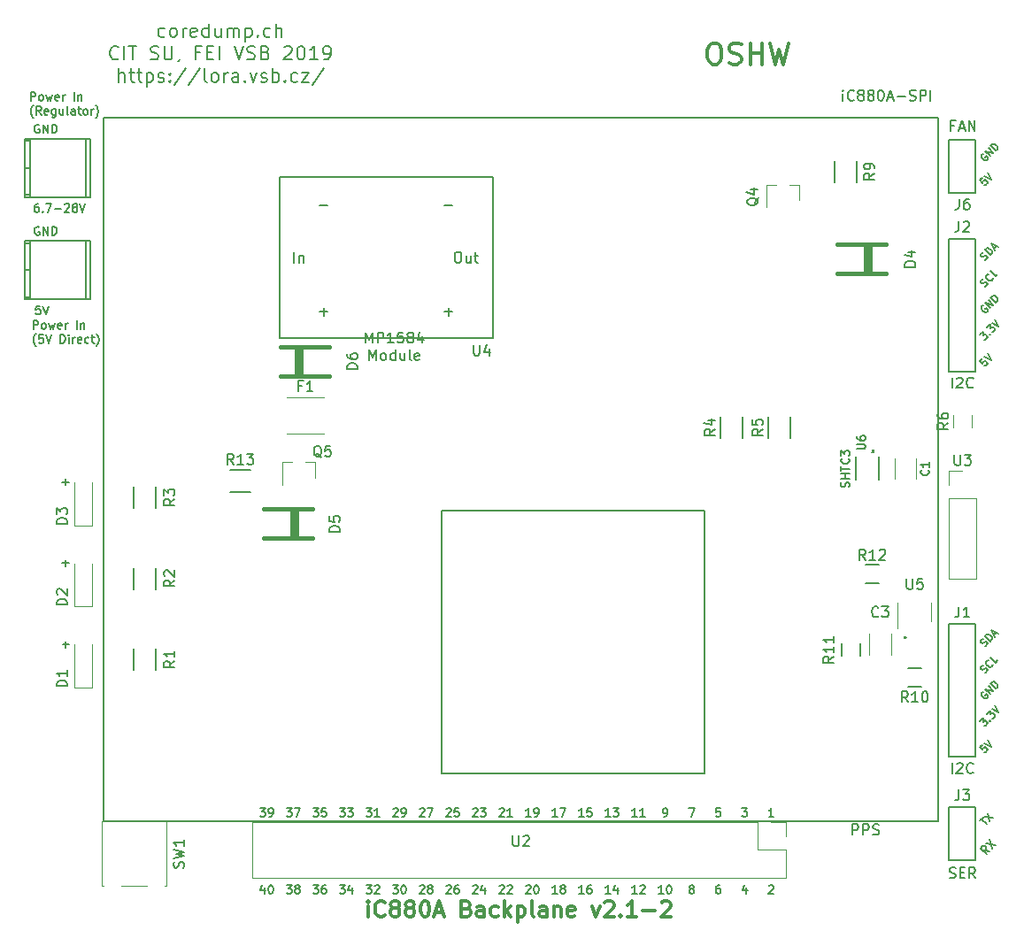
<source format=gto>
G04 #@! TF.GenerationSoftware,KiCad,Pcbnew,5.1.4-3.fc30*
G04 #@! TF.CreationDate,2019-10-14T23:32:37+02:00*
G04 #@! TF.ProjectId,backplane,6261636b-706c-4616-9e65-2e6b69636164,v2.1-2*
G04 #@! TF.SameCoordinates,Original*
G04 #@! TF.FileFunction,Legend,Top*
G04 #@! TF.FilePolarity,Positive*
%FSLAX46Y46*%
G04 Gerber Fmt 4.6, Leading zero omitted, Abs format (unit mm)*
G04 Created by KiCad (PCBNEW 5.1.4-3.fc30) date 2019-10-14 23:32:37*
%MOMM*%
%LPD*%
G04 APERTURE LIST*
%ADD10C,0.200000*%
%ADD11C,0.150000*%
%ADD12C,0.300000*%
%ADD13C,0.120000*%
%ADD14C,0.381000*%
G04 APERTURE END LIST*
D10*
X155416000Y-114268000D02*
X155416000Y-139414000D01*
X180562000Y-114268000D02*
X155416000Y-114268000D01*
X180562000Y-139414000D02*
X180562000Y-114268000D01*
X155416000Y-139414000D02*
X180562000Y-139414000D01*
X128915190Y-68861190D02*
X128791380Y-68923095D01*
X128543761Y-68923095D01*
X128419952Y-68861190D01*
X128358047Y-68799285D01*
X128296142Y-68675476D01*
X128296142Y-68304047D01*
X128358047Y-68180238D01*
X128419952Y-68118333D01*
X128543761Y-68056428D01*
X128791380Y-68056428D01*
X128915190Y-68118333D01*
X129658047Y-68923095D02*
X129534238Y-68861190D01*
X129472333Y-68799285D01*
X129410428Y-68675476D01*
X129410428Y-68304047D01*
X129472333Y-68180238D01*
X129534238Y-68118333D01*
X129658047Y-68056428D01*
X129843761Y-68056428D01*
X129967571Y-68118333D01*
X130029476Y-68180238D01*
X130091380Y-68304047D01*
X130091380Y-68675476D01*
X130029476Y-68799285D01*
X129967571Y-68861190D01*
X129843761Y-68923095D01*
X129658047Y-68923095D01*
X130648523Y-68923095D02*
X130648523Y-68056428D01*
X130648523Y-68304047D02*
X130710428Y-68180238D01*
X130772333Y-68118333D01*
X130896142Y-68056428D01*
X131019952Y-68056428D01*
X131948523Y-68861190D02*
X131824714Y-68923095D01*
X131577095Y-68923095D01*
X131453285Y-68861190D01*
X131391380Y-68737380D01*
X131391380Y-68242142D01*
X131453285Y-68118333D01*
X131577095Y-68056428D01*
X131824714Y-68056428D01*
X131948523Y-68118333D01*
X132010428Y-68242142D01*
X132010428Y-68365952D01*
X131391380Y-68489761D01*
X133124714Y-68923095D02*
X133124714Y-67623095D01*
X133124714Y-68861190D02*
X133000904Y-68923095D01*
X132753285Y-68923095D01*
X132629476Y-68861190D01*
X132567571Y-68799285D01*
X132505666Y-68675476D01*
X132505666Y-68304047D01*
X132567571Y-68180238D01*
X132629476Y-68118333D01*
X132753285Y-68056428D01*
X133000904Y-68056428D01*
X133124714Y-68118333D01*
X134300904Y-68056428D02*
X134300904Y-68923095D01*
X133743761Y-68056428D02*
X133743761Y-68737380D01*
X133805666Y-68861190D01*
X133929476Y-68923095D01*
X134115190Y-68923095D01*
X134239000Y-68861190D01*
X134300904Y-68799285D01*
X134919952Y-68923095D02*
X134919952Y-68056428D01*
X134919952Y-68180238D02*
X134981857Y-68118333D01*
X135105666Y-68056428D01*
X135291380Y-68056428D01*
X135415190Y-68118333D01*
X135477095Y-68242142D01*
X135477095Y-68923095D01*
X135477095Y-68242142D02*
X135539000Y-68118333D01*
X135662809Y-68056428D01*
X135848523Y-68056428D01*
X135972333Y-68118333D01*
X136034238Y-68242142D01*
X136034238Y-68923095D01*
X136653285Y-68056428D02*
X136653285Y-69356428D01*
X136653285Y-68118333D02*
X136777095Y-68056428D01*
X137024714Y-68056428D01*
X137148523Y-68118333D01*
X137210428Y-68180238D01*
X137272333Y-68304047D01*
X137272333Y-68675476D01*
X137210428Y-68799285D01*
X137148523Y-68861190D01*
X137024714Y-68923095D01*
X136777095Y-68923095D01*
X136653285Y-68861190D01*
X137829476Y-68799285D02*
X137891380Y-68861190D01*
X137829476Y-68923095D01*
X137767571Y-68861190D01*
X137829476Y-68799285D01*
X137829476Y-68923095D01*
X139005666Y-68861190D02*
X138881857Y-68923095D01*
X138634238Y-68923095D01*
X138510428Y-68861190D01*
X138448523Y-68799285D01*
X138386619Y-68675476D01*
X138386619Y-68304047D01*
X138448523Y-68180238D01*
X138510428Y-68118333D01*
X138634238Y-68056428D01*
X138881857Y-68056428D01*
X139005666Y-68118333D01*
X139562809Y-68923095D02*
X139562809Y-67623095D01*
X140119952Y-68923095D02*
X140119952Y-68242142D01*
X140058047Y-68118333D01*
X139934238Y-68056428D01*
X139748523Y-68056428D01*
X139624714Y-68118333D01*
X139562809Y-68180238D01*
X124489000Y-70949285D02*
X124427095Y-71011190D01*
X124241380Y-71073095D01*
X124117571Y-71073095D01*
X123931857Y-71011190D01*
X123808047Y-70887380D01*
X123746142Y-70763571D01*
X123684238Y-70515952D01*
X123684238Y-70330238D01*
X123746142Y-70082619D01*
X123808047Y-69958809D01*
X123931857Y-69835000D01*
X124117571Y-69773095D01*
X124241380Y-69773095D01*
X124427095Y-69835000D01*
X124489000Y-69896904D01*
X125046142Y-71073095D02*
X125046142Y-69773095D01*
X125479476Y-69773095D02*
X126222333Y-69773095D01*
X125850904Y-71073095D02*
X125850904Y-69773095D01*
X127584238Y-71011190D02*
X127769952Y-71073095D01*
X128079476Y-71073095D01*
X128203285Y-71011190D01*
X128265190Y-70949285D01*
X128327095Y-70825476D01*
X128327095Y-70701666D01*
X128265190Y-70577857D01*
X128203285Y-70515952D01*
X128079476Y-70454047D01*
X127831857Y-70392142D01*
X127708047Y-70330238D01*
X127646142Y-70268333D01*
X127584238Y-70144523D01*
X127584238Y-70020714D01*
X127646142Y-69896904D01*
X127708047Y-69835000D01*
X127831857Y-69773095D01*
X128141380Y-69773095D01*
X128327095Y-69835000D01*
X128884238Y-69773095D02*
X128884238Y-70825476D01*
X128946142Y-70949285D01*
X129008047Y-71011190D01*
X129131857Y-71073095D01*
X129379476Y-71073095D01*
X129503285Y-71011190D01*
X129565190Y-70949285D01*
X129627095Y-70825476D01*
X129627095Y-69773095D01*
X130308047Y-71011190D02*
X130308047Y-71073095D01*
X130246142Y-71196904D01*
X130184238Y-71258809D01*
X132289000Y-70392142D02*
X131855666Y-70392142D01*
X131855666Y-71073095D02*
X131855666Y-69773095D01*
X132474714Y-69773095D01*
X132969952Y-70392142D02*
X133403285Y-70392142D01*
X133589000Y-71073095D02*
X132969952Y-71073095D01*
X132969952Y-69773095D01*
X133589000Y-69773095D01*
X134146142Y-71073095D02*
X134146142Y-69773095D01*
X135569952Y-69773095D02*
X136003285Y-71073095D01*
X136436619Y-69773095D01*
X136808047Y-71011190D02*
X136993761Y-71073095D01*
X137303285Y-71073095D01*
X137427095Y-71011190D01*
X137489000Y-70949285D01*
X137550904Y-70825476D01*
X137550904Y-70701666D01*
X137489000Y-70577857D01*
X137427095Y-70515952D01*
X137303285Y-70454047D01*
X137055666Y-70392142D01*
X136931857Y-70330238D01*
X136869952Y-70268333D01*
X136808047Y-70144523D01*
X136808047Y-70020714D01*
X136869952Y-69896904D01*
X136931857Y-69835000D01*
X137055666Y-69773095D01*
X137365190Y-69773095D01*
X137550904Y-69835000D01*
X138541380Y-70392142D02*
X138727095Y-70454047D01*
X138789000Y-70515952D01*
X138850904Y-70639761D01*
X138850904Y-70825476D01*
X138789000Y-70949285D01*
X138727095Y-71011190D01*
X138603285Y-71073095D01*
X138108047Y-71073095D01*
X138108047Y-69773095D01*
X138541380Y-69773095D01*
X138665190Y-69835000D01*
X138727095Y-69896904D01*
X138789000Y-70020714D01*
X138789000Y-70144523D01*
X138727095Y-70268333D01*
X138665190Y-70330238D01*
X138541380Y-70392142D01*
X138108047Y-70392142D01*
X140336619Y-69896904D02*
X140398523Y-69835000D01*
X140522333Y-69773095D01*
X140831857Y-69773095D01*
X140955666Y-69835000D01*
X141017571Y-69896904D01*
X141079476Y-70020714D01*
X141079476Y-70144523D01*
X141017571Y-70330238D01*
X140274714Y-71073095D01*
X141079476Y-71073095D01*
X141884238Y-69773095D02*
X142008047Y-69773095D01*
X142131857Y-69835000D01*
X142193761Y-69896904D01*
X142255666Y-70020714D01*
X142317571Y-70268333D01*
X142317571Y-70577857D01*
X142255666Y-70825476D01*
X142193761Y-70949285D01*
X142131857Y-71011190D01*
X142008047Y-71073095D01*
X141884238Y-71073095D01*
X141760428Y-71011190D01*
X141698523Y-70949285D01*
X141636619Y-70825476D01*
X141574714Y-70577857D01*
X141574714Y-70268333D01*
X141636619Y-70020714D01*
X141698523Y-69896904D01*
X141760428Y-69835000D01*
X141884238Y-69773095D01*
X143555666Y-71073095D02*
X142812809Y-71073095D01*
X143184238Y-71073095D02*
X143184238Y-69773095D01*
X143060428Y-69958809D01*
X142936619Y-70082619D01*
X142812809Y-70144523D01*
X144174714Y-71073095D02*
X144422333Y-71073095D01*
X144546142Y-71011190D01*
X144608047Y-70949285D01*
X144731857Y-70763571D01*
X144793761Y-70515952D01*
X144793761Y-70020714D01*
X144731857Y-69896904D01*
X144669952Y-69835000D01*
X144546142Y-69773095D01*
X144298523Y-69773095D01*
X144174714Y-69835000D01*
X144112809Y-69896904D01*
X144050904Y-70020714D01*
X144050904Y-70330238D01*
X144112809Y-70454047D01*
X144174714Y-70515952D01*
X144298523Y-70577857D01*
X144546142Y-70577857D01*
X144669952Y-70515952D01*
X144731857Y-70454047D01*
X144793761Y-70330238D01*
X124519952Y-73223095D02*
X124519952Y-71923095D01*
X125077095Y-73223095D02*
X125077095Y-72542142D01*
X125015190Y-72418333D01*
X124891380Y-72356428D01*
X124705666Y-72356428D01*
X124581857Y-72418333D01*
X124519952Y-72480238D01*
X125510428Y-72356428D02*
X126005666Y-72356428D01*
X125696142Y-71923095D02*
X125696142Y-73037380D01*
X125758047Y-73161190D01*
X125881857Y-73223095D01*
X126005666Y-73223095D01*
X126253285Y-72356428D02*
X126748523Y-72356428D01*
X126439000Y-71923095D02*
X126439000Y-73037380D01*
X126500904Y-73161190D01*
X126624714Y-73223095D01*
X126748523Y-73223095D01*
X127181857Y-72356428D02*
X127181857Y-73656428D01*
X127181857Y-72418333D02*
X127305666Y-72356428D01*
X127553285Y-72356428D01*
X127677095Y-72418333D01*
X127739000Y-72480238D01*
X127800904Y-72604047D01*
X127800904Y-72975476D01*
X127739000Y-73099285D01*
X127677095Y-73161190D01*
X127553285Y-73223095D01*
X127305666Y-73223095D01*
X127181857Y-73161190D01*
X128296142Y-73161190D02*
X128419952Y-73223095D01*
X128667571Y-73223095D01*
X128791380Y-73161190D01*
X128853285Y-73037380D01*
X128853285Y-72975476D01*
X128791380Y-72851666D01*
X128667571Y-72789761D01*
X128481857Y-72789761D01*
X128358047Y-72727857D01*
X128296142Y-72604047D01*
X128296142Y-72542142D01*
X128358047Y-72418333D01*
X128481857Y-72356428D01*
X128667571Y-72356428D01*
X128791380Y-72418333D01*
X129410428Y-73099285D02*
X129472333Y-73161190D01*
X129410428Y-73223095D01*
X129348523Y-73161190D01*
X129410428Y-73099285D01*
X129410428Y-73223095D01*
X129410428Y-72418333D02*
X129472333Y-72480238D01*
X129410428Y-72542142D01*
X129348523Y-72480238D01*
X129410428Y-72418333D01*
X129410428Y-72542142D01*
X130958047Y-71861190D02*
X129843761Y-73532619D01*
X132319952Y-71861190D02*
X131205666Y-73532619D01*
X132939000Y-73223095D02*
X132815190Y-73161190D01*
X132753285Y-73037380D01*
X132753285Y-71923095D01*
X133619952Y-73223095D02*
X133496142Y-73161190D01*
X133434238Y-73099285D01*
X133372333Y-72975476D01*
X133372333Y-72604047D01*
X133434238Y-72480238D01*
X133496142Y-72418333D01*
X133619952Y-72356428D01*
X133805666Y-72356428D01*
X133929476Y-72418333D01*
X133991380Y-72480238D01*
X134053285Y-72604047D01*
X134053285Y-72975476D01*
X133991380Y-73099285D01*
X133929476Y-73161190D01*
X133805666Y-73223095D01*
X133619952Y-73223095D01*
X134610428Y-73223095D02*
X134610428Y-72356428D01*
X134610428Y-72604047D02*
X134672333Y-72480238D01*
X134734238Y-72418333D01*
X134858047Y-72356428D01*
X134981857Y-72356428D01*
X135972333Y-73223095D02*
X135972333Y-72542142D01*
X135910428Y-72418333D01*
X135786619Y-72356428D01*
X135539000Y-72356428D01*
X135415190Y-72418333D01*
X135972333Y-73161190D02*
X135848523Y-73223095D01*
X135539000Y-73223095D01*
X135415190Y-73161190D01*
X135353285Y-73037380D01*
X135353285Y-72913571D01*
X135415190Y-72789761D01*
X135539000Y-72727857D01*
X135848523Y-72727857D01*
X135972333Y-72665952D01*
X136591380Y-73099285D02*
X136653285Y-73161190D01*
X136591380Y-73223095D01*
X136529476Y-73161190D01*
X136591380Y-73099285D01*
X136591380Y-73223095D01*
X137086619Y-72356428D02*
X137396142Y-73223095D01*
X137705666Y-72356428D01*
X138139000Y-73161190D02*
X138262809Y-73223095D01*
X138510428Y-73223095D01*
X138634238Y-73161190D01*
X138696142Y-73037380D01*
X138696142Y-72975476D01*
X138634238Y-72851666D01*
X138510428Y-72789761D01*
X138324714Y-72789761D01*
X138200904Y-72727857D01*
X138139000Y-72604047D01*
X138139000Y-72542142D01*
X138200904Y-72418333D01*
X138324714Y-72356428D01*
X138510428Y-72356428D01*
X138634238Y-72418333D01*
X139253285Y-73223095D02*
X139253285Y-71923095D01*
X139253285Y-72418333D02*
X139377095Y-72356428D01*
X139624714Y-72356428D01*
X139748523Y-72418333D01*
X139810428Y-72480238D01*
X139872333Y-72604047D01*
X139872333Y-72975476D01*
X139810428Y-73099285D01*
X139748523Y-73161190D01*
X139624714Y-73223095D01*
X139377095Y-73223095D01*
X139253285Y-73161190D01*
X140429476Y-73099285D02*
X140491380Y-73161190D01*
X140429476Y-73223095D01*
X140367571Y-73161190D01*
X140429476Y-73099285D01*
X140429476Y-73223095D01*
X141605666Y-73161190D02*
X141481857Y-73223095D01*
X141234238Y-73223095D01*
X141110428Y-73161190D01*
X141048523Y-73099285D01*
X140986619Y-72975476D01*
X140986619Y-72604047D01*
X141048523Y-72480238D01*
X141110428Y-72418333D01*
X141234238Y-72356428D01*
X141481857Y-72356428D01*
X141605666Y-72418333D01*
X142039000Y-72356428D02*
X142719952Y-72356428D01*
X142039000Y-73223095D01*
X142719952Y-73223095D01*
X144143761Y-71861190D02*
X143029476Y-73532619D01*
D11*
X116365976Y-96841904D02*
X116365976Y-96041904D01*
X116670738Y-96041904D01*
X116746928Y-96080000D01*
X116785023Y-96118095D01*
X116823119Y-96194285D01*
X116823119Y-96308571D01*
X116785023Y-96384761D01*
X116746928Y-96422857D01*
X116670738Y-96460952D01*
X116365976Y-96460952D01*
X117280261Y-96841904D02*
X117204071Y-96803809D01*
X117165976Y-96765714D01*
X117127880Y-96689523D01*
X117127880Y-96460952D01*
X117165976Y-96384761D01*
X117204071Y-96346666D01*
X117280261Y-96308571D01*
X117394547Y-96308571D01*
X117470738Y-96346666D01*
X117508833Y-96384761D01*
X117546928Y-96460952D01*
X117546928Y-96689523D01*
X117508833Y-96765714D01*
X117470738Y-96803809D01*
X117394547Y-96841904D01*
X117280261Y-96841904D01*
X117813595Y-96308571D02*
X117965976Y-96841904D01*
X118118357Y-96460952D01*
X118270738Y-96841904D01*
X118423119Y-96308571D01*
X119032642Y-96803809D02*
X118956452Y-96841904D01*
X118804071Y-96841904D01*
X118727880Y-96803809D01*
X118689785Y-96727619D01*
X118689785Y-96422857D01*
X118727880Y-96346666D01*
X118804071Y-96308571D01*
X118956452Y-96308571D01*
X119032642Y-96346666D01*
X119070738Y-96422857D01*
X119070738Y-96499047D01*
X118689785Y-96575238D01*
X119413595Y-96841904D02*
X119413595Y-96308571D01*
X119413595Y-96460952D02*
X119451690Y-96384761D01*
X119489785Y-96346666D01*
X119565976Y-96308571D01*
X119642166Y-96308571D01*
X120518357Y-96841904D02*
X120518357Y-96041904D01*
X120899309Y-96308571D02*
X120899309Y-96841904D01*
X120899309Y-96384761D02*
X120937404Y-96346666D01*
X121013595Y-96308571D01*
X121127880Y-96308571D01*
X121204071Y-96346666D01*
X121242166Y-96422857D01*
X121242166Y-96841904D01*
X116594547Y-98496666D02*
X116556452Y-98458571D01*
X116480261Y-98344285D01*
X116442166Y-98268095D01*
X116404071Y-98153809D01*
X116365976Y-97963333D01*
X116365976Y-97810952D01*
X116404071Y-97620476D01*
X116442166Y-97506190D01*
X116480261Y-97430000D01*
X116556452Y-97315714D01*
X116594547Y-97277619D01*
X117280261Y-97391904D02*
X116899309Y-97391904D01*
X116861214Y-97772857D01*
X116899309Y-97734761D01*
X116975500Y-97696666D01*
X117165976Y-97696666D01*
X117242166Y-97734761D01*
X117280261Y-97772857D01*
X117318357Y-97849047D01*
X117318357Y-98039523D01*
X117280261Y-98115714D01*
X117242166Y-98153809D01*
X117165976Y-98191904D01*
X116975500Y-98191904D01*
X116899309Y-98153809D01*
X116861214Y-98115714D01*
X117546928Y-97391904D02*
X117813595Y-98191904D01*
X118080261Y-97391904D01*
X118956452Y-98191904D02*
X118956452Y-97391904D01*
X119146928Y-97391904D01*
X119261214Y-97430000D01*
X119337404Y-97506190D01*
X119375500Y-97582380D01*
X119413595Y-97734761D01*
X119413595Y-97849047D01*
X119375500Y-98001428D01*
X119337404Y-98077619D01*
X119261214Y-98153809D01*
X119146928Y-98191904D01*
X118956452Y-98191904D01*
X119756452Y-98191904D02*
X119756452Y-97658571D01*
X119756452Y-97391904D02*
X119718357Y-97430000D01*
X119756452Y-97468095D01*
X119794547Y-97430000D01*
X119756452Y-97391904D01*
X119756452Y-97468095D01*
X120137404Y-98191904D02*
X120137404Y-97658571D01*
X120137404Y-97810952D02*
X120175500Y-97734761D01*
X120213595Y-97696666D01*
X120289785Y-97658571D01*
X120365976Y-97658571D01*
X120937404Y-98153809D02*
X120861214Y-98191904D01*
X120708833Y-98191904D01*
X120632642Y-98153809D01*
X120594547Y-98077619D01*
X120594547Y-97772857D01*
X120632642Y-97696666D01*
X120708833Y-97658571D01*
X120861214Y-97658571D01*
X120937404Y-97696666D01*
X120975500Y-97772857D01*
X120975500Y-97849047D01*
X120594547Y-97925238D01*
X121661214Y-98153809D02*
X121585023Y-98191904D01*
X121432642Y-98191904D01*
X121356452Y-98153809D01*
X121318357Y-98115714D01*
X121280261Y-98039523D01*
X121280261Y-97810952D01*
X121318357Y-97734761D01*
X121356452Y-97696666D01*
X121432642Y-97658571D01*
X121585023Y-97658571D01*
X121661214Y-97696666D01*
X121889785Y-97658571D02*
X122194547Y-97658571D01*
X122004071Y-97391904D02*
X122004071Y-98077619D01*
X122042166Y-98153809D01*
X122118357Y-98191904D01*
X122194547Y-98191904D01*
X122385023Y-98496666D02*
X122423119Y-98458571D01*
X122499309Y-98344285D01*
X122537404Y-98268095D01*
X122575500Y-98153809D01*
X122613595Y-97963333D01*
X122613595Y-97810952D01*
X122575500Y-97620476D01*
X122537404Y-97506190D01*
X122499309Y-97430000D01*
X122423119Y-97315714D01*
X122385023Y-97277619D01*
X116111976Y-74997904D02*
X116111976Y-74197904D01*
X116416738Y-74197904D01*
X116492928Y-74236000D01*
X116531023Y-74274095D01*
X116569119Y-74350285D01*
X116569119Y-74464571D01*
X116531023Y-74540761D01*
X116492928Y-74578857D01*
X116416738Y-74616952D01*
X116111976Y-74616952D01*
X117026261Y-74997904D02*
X116950071Y-74959809D01*
X116911976Y-74921714D01*
X116873880Y-74845523D01*
X116873880Y-74616952D01*
X116911976Y-74540761D01*
X116950071Y-74502666D01*
X117026261Y-74464571D01*
X117140547Y-74464571D01*
X117216738Y-74502666D01*
X117254833Y-74540761D01*
X117292928Y-74616952D01*
X117292928Y-74845523D01*
X117254833Y-74921714D01*
X117216738Y-74959809D01*
X117140547Y-74997904D01*
X117026261Y-74997904D01*
X117559595Y-74464571D02*
X117711976Y-74997904D01*
X117864357Y-74616952D01*
X118016738Y-74997904D01*
X118169119Y-74464571D01*
X118778642Y-74959809D02*
X118702452Y-74997904D01*
X118550071Y-74997904D01*
X118473880Y-74959809D01*
X118435785Y-74883619D01*
X118435785Y-74578857D01*
X118473880Y-74502666D01*
X118550071Y-74464571D01*
X118702452Y-74464571D01*
X118778642Y-74502666D01*
X118816738Y-74578857D01*
X118816738Y-74655047D01*
X118435785Y-74731238D01*
X119159595Y-74997904D02*
X119159595Y-74464571D01*
X119159595Y-74616952D02*
X119197690Y-74540761D01*
X119235785Y-74502666D01*
X119311976Y-74464571D01*
X119388166Y-74464571D01*
X120264357Y-74997904D02*
X120264357Y-74197904D01*
X120645309Y-74464571D02*
X120645309Y-74997904D01*
X120645309Y-74540761D02*
X120683404Y-74502666D01*
X120759595Y-74464571D01*
X120873880Y-74464571D01*
X120950071Y-74502666D01*
X120988166Y-74578857D01*
X120988166Y-74997904D01*
X116340547Y-76652666D02*
X116302452Y-76614571D01*
X116226261Y-76500285D01*
X116188166Y-76424095D01*
X116150071Y-76309809D01*
X116111976Y-76119333D01*
X116111976Y-75966952D01*
X116150071Y-75776476D01*
X116188166Y-75662190D01*
X116226261Y-75586000D01*
X116302452Y-75471714D01*
X116340547Y-75433619D01*
X117102452Y-76347904D02*
X116835785Y-75966952D01*
X116645309Y-76347904D02*
X116645309Y-75547904D01*
X116950071Y-75547904D01*
X117026261Y-75586000D01*
X117064357Y-75624095D01*
X117102452Y-75700285D01*
X117102452Y-75814571D01*
X117064357Y-75890761D01*
X117026261Y-75928857D01*
X116950071Y-75966952D01*
X116645309Y-75966952D01*
X117750071Y-76309809D02*
X117673880Y-76347904D01*
X117521500Y-76347904D01*
X117445309Y-76309809D01*
X117407214Y-76233619D01*
X117407214Y-75928857D01*
X117445309Y-75852666D01*
X117521500Y-75814571D01*
X117673880Y-75814571D01*
X117750071Y-75852666D01*
X117788166Y-75928857D01*
X117788166Y-76005047D01*
X117407214Y-76081238D01*
X118473880Y-75814571D02*
X118473880Y-76462190D01*
X118435785Y-76538380D01*
X118397690Y-76576476D01*
X118321500Y-76614571D01*
X118207214Y-76614571D01*
X118131023Y-76576476D01*
X118473880Y-76309809D02*
X118397690Y-76347904D01*
X118245309Y-76347904D01*
X118169119Y-76309809D01*
X118131023Y-76271714D01*
X118092928Y-76195523D01*
X118092928Y-75966952D01*
X118131023Y-75890761D01*
X118169119Y-75852666D01*
X118245309Y-75814571D01*
X118397690Y-75814571D01*
X118473880Y-75852666D01*
X119197690Y-75814571D02*
X119197690Y-76347904D01*
X118854833Y-75814571D02*
X118854833Y-76233619D01*
X118892928Y-76309809D01*
X118969119Y-76347904D01*
X119083404Y-76347904D01*
X119159595Y-76309809D01*
X119197690Y-76271714D01*
X119692928Y-76347904D02*
X119616738Y-76309809D01*
X119578642Y-76233619D01*
X119578642Y-75547904D01*
X120340547Y-76347904D02*
X120340547Y-75928857D01*
X120302452Y-75852666D01*
X120226261Y-75814571D01*
X120073880Y-75814571D01*
X119997690Y-75852666D01*
X120340547Y-76309809D02*
X120264357Y-76347904D01*
X120073880Y-76347904D01*
X119997690Y-76309809D01*
X119959595Y-76233619D01*
X119959595Y-76157428D01*
X119997690Y-76081238D01*
X120073880Y-76043142D01*
X120264357Y-76043142D01*
X120340547Y-76005047D01*
X120607214Y-75814571D02*
X120911976Y-75814571D01*
X120721500Y-75547904D02*
X120721500Y-76233619D01*
X120759595Y-76309809D01*
X120835785Y-76347904D01*
X120911976Y-76347904D01*
X121292928Y-76347904D02*
X121216738Y-76309809D01*
X121178642Y-76271714D01*
X121140547Y-76195523D01*
X121140547Y-75966952D01*
X121178642Y-75890761D01*
X121216738Y-75852666D01*
X121292928Y-75814571D01*
X121407214Y-75814571D01*
X121483404Y-75852666D01*
X121521500Y-75890761D01*
X121559595Y-75966952D01*
X121559595Y-76195523D01*
X121521500Y-76271714D01*
X121483404Y-76309809D01*
X121407214Y-76347904D01*
X121292928Y-76347904D01*
X121902452Y-76347904D02*
X121902452Y-75814571D01*
X121902452Y-75966952D02*
X121940547Y-75890761D01*
X121978642Y-75852666D01*
X122054833Y-75814571D01*
X122131023Y-75814571D01*
X122321500Y-76652666D02*
X122359595Y-76614571D01*
X122435785Y-76500285D01*
X122473880Y-76424095D01*
X122511976Y-76309809D01*
X122550071Y-76119333D01*
X122550071Y-75966952D01*
X122511976Y-75776476D01*
X122473880Y-75662190D01*
X122435785Y-75586000D01*
X122359595Y-75471714D01*
X122321500Y-75433619D01*
X206918525Y-143884859D02*
X207201368Y-143602016D01*
X207554921Y-144238412D02*
X207059947Y-143743437D01*
X207319219Y-143484165D02*
X208144177Y-143649156D01*
X207649202Y-143154182D02*
X207814194Y-143979139D01*
X207856284Y-146795026D02*
X207398348Y-146714214D01*
X207533035Y-147118275D02*
X206967349Y-146552589D01*
X207182849Y-146337090D01*
X207263661Y-146310153D01*
X207317536Y-146310153D01*
X207398348Y-146337090D01*
X207479160Y-146417902D01*
X207506097Y-146498715D01*
X207506097Y-146552589D01*
X207479160Y-146633402D01*
X207263661Y-146848901D01*
X207479160Y-146040779D02*
X208421969Y-146229341D01*
X207856284Y-145663655D02*
X208044845Y-146606464D01*
X207373570Y-129743923D02*
X207467851Y-129696782D01*
X207585702Y-129578931D01*
X207609272Y-129508220D01*
X207609272Y-129461080D01*
X207585702Y-129390369D01*
X207538562Y-129343229D01*
X207467851Y-129319659D01*
X207420711Y-129319659D01*
X207350000Y-129343229D01*
X207232149Y-129413939D01*
X207161438Y-129437510D01*
X207114298Y-129437510D01*
X207043587Y-129413939D01*
X206996447Y-129366799D01*
X206972876Y-129296088D01*
X206972876Y-129248948D01*
X206996447Y-129178237D01*
X207114298Y-129060386D01*
X207208579Y-129013246D01*
X208127817Y-128942535D02*
X208127817Y-128989675D01*
X208080677Y-129083956D01*
X208033537Y-129131097D01*
X207939256Y-129178237D01*
X207844975Y-129178237D01*
X207774264Y-129154667D01*
X207656413Y-129083956D01*
X207585702Y-129013246D01*
X207514992Y-128895394D01*
X207491421Y-128824684D01*
X207491421Y-128730403D01*
X207538562Y-128636122D01*
X207585702Y-128588982D01*
X207679983Y-128541841D01*
X207727124Y-128541841D01*
X208622792Y-128541841D02*
X208387090Y-128777543D01*
X207892115Y-128282569D01*
X207373570Y-127203923D02*
X207467851Y-127156782D01*
X207585702Y-127038931D01*
X207609272Y-126968220D01*
X207609272Y-126921080D01*
X207585702Y-126850369D01*
X207538562Y-126803229D01*
X207467851Y-126779659D01*
X207420711Y-126779659D01*
X207350000Y-126803229D01*
X207232149Y-126873939D01*
X207161438Y-126897510D01*
X207114298Y-126897510D01*
X207043587Y-126873939D01*
X206996447Y-126826799D01*
X206972876Y-126756088D01*
X206972876Y-126708948D01*
X206996447Y-126638237D01*
X207114298Y-126520386D01*
X207208579Y-126473246D01*
X207892115Y-126732518D02*
X207397140Y-126237543D01*
X207514992Y-126119692D01*
X207609272Y-126072552D01*
X207703553Y-126072552D01*
X207774264Y-126096122D01*
X207892115Y-126166833D01*
X207962826Y-126237543D01*
X208033537Y-126355394D01*
X208057107Y-126426105D01*
X208057107Y-126520386D01*
X208009966Y-126614667D01*
X207892115Y-126732518D01*
X208222098Y-126119692D02*
X208457801Y-125883990D01*
X208316379Y-126308254D02*
X207986396Y-125648288D01*
X208646362Y-125978271D01*
X207161438Y-136633246D02*
X206925736Y-136868948D01*
X207137868Y-137128220D01*
X207137868Y-137081080D01*
X207161438Y-137010369D01*
X207279289Y-136892518D01*
X207350000Y-136868948D01*
X207397140Y-136868948D01*
X207467851Y-136892518D01*
X207585702Y-137010369D01*
X207609272Y-137081080D01*
X207609272Y-137128220D01*
X207585702Y-137198931D01*
X207467851Y-137316782D01*
X207397140Y-137340352D01*
X207350000Y-137340352D01*
X207326430Y-136468254D02*
X207986396Y-136798237D01*
X207656413Y-136138271D01*
X206878595Y-134376088D02*
X207185008Y-134069675D01*
X207208579Y-134423229D01*
X207279289Y-134352518D01*
X207350000Y-134328948D01*
X207397140Y-134328948D01*
X207467851Y-134352518D01*
X207585702Y-134470369D01*
X207609272Y-134541080D01*
X207609272Y-134588220D01*
X207585702Y-134658931D01*
X207444281Y-134800352D01*
X207373570Y-134823923D01*
X207326430Y-134823923D01*
X207844975Y-134305378D02*
X207892115Y-134305378D01*
X207892115Y-134352518D01*
X207844975Y-134352518D01*
X207844975Y-134305378D01*
X207892115Y-134352518D01*
X207585702Y-133668982D02*
X207892115Y-133362569D01*
X207915685Y-133716122D01*
X207986396Y-133645411D01*
X208057107Y-133621841D01*
X208104247Y-133621841D01*
X208174958Y-133645411D01*
X208292809Y-133763262D01*
X208316379Y-133833973D01*
X208316379Y-133881114D01*
X208292809Y-133951824D01*
X208151388Y-134093246D01*
X208080677Y-134116816D01*
X208033537Y-134116816D01*
X208033537Y-133221147D02*
X208693503Y-133551130D01*
X208363520Y-132891164D01*
X207208579Y-131553246D02*
X207137868Y-131576816D01*
X207067157Y-131647527D01*
X207020017Y-131741807D01*
X207020017Y-131836088D01*
X207043587Y-131906799D01*
X207114298Y-132024650D01*
X207185008Y-132095361D01*
X207302860Y-132166071D01*
X207373570Y-132189642D01*
X207467851Y-132189642D01*
X207562132Y-132142501D01*
X207609272Y-132095361D01*
X207656413Y-132001080D01*
X207656413Y-131953939D01*
X207491421Y-131788948D01*
X207397140Y-131883229D01*
X207915685Y-131788948D02*
X207420711Y-131293973D01*
X208198528Y-131506105D01*
X207703553Y-131011130D01*
X208434230Y-131270403D02*
X207939256Y-130775428D01*
X208057107Y-130657577D01*
X208151388Y-130610437D01*
X208245669Y-130610437D01*
X208316379Y-130634007D01*
X208434230Y-130704717D01*
X208504941Y-130775428D01*
X208575652Y-130893279D01*
X208599222Y-130963990D01*
X208599222Y-131058271D01*
X208552082Y-131152552D01*
X208434230Y-131270403D01*
X148137904Y-98179380D02*
X148137904Y-97179380D01*
X148471238Y-97893666D01*
X148804571Y-97179380D01*
X148804571Y-98179380D01*
X149280761Y-98179380D02*
X149280761Y-97179380D01*
X149661714Y-97179380D01*
X149756952Y-97227000D01*
X149804571Y-97274619D01*
X149852190Y-97369857D01*
X149852190Y-97512714D01*
X149804571Y-97607952D01*
X149756952Y-97655571D01*
X149661714Y-97703190D01*
X149280761Y-97703190D01*
X150804571Y-98179380D02*
X150233142Y-98179380D01*
X150518857Y-98179380D02*
X150518857Y-97179380D01*
X150423619Y-97322238D01*
X150328380Y-97417476D01*
X150233142Y-97465095D01*
X151709333Y-97179380D02*
X151233142Y-97179380D01*
X151185523Y-97655571D01*
X151233142Y-97607952D01*
X151328380Y-97560333D01*
X151566476Y-97560333D01*
X151661714Y-97607952D01*
X151709333Y-97655571D01*
X151756952Y-97750809D01*
X151756952Y-97988904D01*
X151709333Y-98084142D01*
X151661714Y-98131761D01*
X151566476Y-98179380D01*
X151328380Y-98179380D01*
X151233142Y-98131761D01*
X151185523Y-98084142D01*
X152328380Y-97607952D02*
X152233142Y-97560333D01*
X152185523Y-97512714D01*
X152137904Y-97417476D01*
X152137904Y-97369857D01*
X152185523Y-97274619D01*
X152233142Y-97227000D01*
X152328380Y-97179380D01*
X152518857Y-97179380D01*
X152614095Y-97227000D01*
X152661714Y-97274619D01*
X152709333Y-97369857D01*
X152709333Y-97417476D01*
X152661714Y-97512714D01*
X152614095Y-97560333D01*
X152518857Y-97607952D01*
X152328380Y-97607952D01*
X152233142Y-97655571D01*
X152185523Y-97703190D01*
X152137904Y-97798428D01*
X152137904Y-97988904D01*
X152185523Y-98084142D01*
X152233142Y-98131761D01*
X152328380Y-98179380D01*
X152518857Y-98179380D01*
X152614095Y-98131761D01*
X152661714Y-98084142D01*
X152709333Y-97988904D01*
X152709333Y-97798428D01*
X152661714Y-97703190D01*
X152614095Y-97655571D01*
X152518857Y-97607952D01*
X153566476Y-97512714D02*
X153566476Y-98179380D01*
X153328380Y-97131761D02*
X153090285Y-97846047D01*
X153709333Y-97846047D01*
X148495047Y-99829380D02*
X148495047Y-98829380D01*
X148828380Y-99543666D01*
X149161714Y-98829380D01*
X149161714Y-99829380D01*
X149780761Y-99829380D02*
X149685523Y-99781761D01*
X149637904Y-99734142D01*
X149590285Y-99638904D01*
X149590285Y-99353190D01*
X149637904Y-99257952D01*
X149685523Y-99210333D01*
X149780761Y-99162714D01*
X149923619Y-99162714D01*
X150018857Y-99210333D01*
X150066476Y-99257952D01*
X150114095Y-99353190D01*
X150114095Y-99638904D01*
X150066476Y-99734142D01*
X150018857Y-99781761D01*
X149923619Y-99829380D01*
X149780761Y-99829380D01*
X150971238Y-99829380D02*
X150971238Y-98829380D01*
X150971238Y-99781761D02*
X150876000Y-99829380D01*
X150685523Y-99829380D01*
X150590285Y-99781761D01*
X150542666Y-99734142D01*
X150495047Y-99638904D01*
X150495047Y-99353190D01*
X150542666Y-99257952D01*
X150590285Y-99210333D01*
X150685523Y-99162714D01*
X150876000Y-99162714D01*
X150971238Y-99210333D01*
X151876000Y-99162714D02*
X151876000Y-99829380D01*
X151447428Y-99162714D02*
X151447428Y-99686523D01*
X151495047Y-99781761D01*
X151590285Y-99829380D01*
X151733142Y-99829380D01*
X151828380Y-99781761D01*
X151876000Y-99734142D01*
X152495047Y-99829380D02*
X152399809Y-99781761D01*
X152352190Y-99686523D01*
X152352190Y-98829380D01*
X153256952Y-99781761D02*
X153161714Y-99829380D01*
X152971238Y-99829380D01*
X152876000Y-99781761D01*
X152828380Y-99686523D01*
X152828380Y-99305571D01*
X152876000Y-99210333D01*
X152971238Y-99162714D01*
X153161714Y-99162714D01*
X153256952Y-99210333D01*
X153304571Y-99305571D01*
X153304571Y-99400809D01*
X152828380Y-99496047D01*
X116830833Y-84886904D02*
X116678452Y-84886904D01*
X116602261Y-84925000D01*
X116564166Y-84963095D01*
X116487976Y-85077380D01*
X116449880Y-85229761D01*
X116449880Y-85534523D01*
X116487976Y-85610714D01*
X116526071Y-85648809D01*
X116602261Y-85686904D01*
X116754642Y-85686904D01*
X116830833Y-85648809D01*
X116868928Y-85610714D01*
X116907023Y-85534523D01*
X116907023Y-85344047D01*
X116868928Y-85267857D01*
X116830833Y-85229761D01*
X116754642Y-85191666D01*
X116602261Y-85191666D01*
X116526071Y-85229761D01*
X116487976Y-85267857D01*
X116449880Y-85344047D01*
X117249880Y-85610714D02*
X117287976Y-85648809D01*
X117249880Y-85686904D01*
X117211785Y-85648809D01*
X117249880Y-85610714D01*
X117249880Y-85686904D01*
X117554642Y-84886904D02*
X118087976Y-84886904D01*
X117745119Y-85686904D01*
X118392738Y-85382142D02*
X119002261Y-85382142D01*
X119345119Y-84963095D02*
X119383214Y-84925000D01*
X119459404Y-84886904D01*
X119649880Y-84886904D01*
X119726071Y-84925000D01*
X119764166Y-84963095D01*
X119802261Y-85039285D01*
X119802261Y-85115476D01*
X119764166Y-85229761D01*
X119307023Y-85686904D01*
X119802261Y-85686904D01*
X120259404Y-85229761D02*
X120183214Y-85191666D01*
X120145119Y-85153571D01*
X120107023Y-85077380D01*
X120107023Y-85039285D01*
X120145119Y-84963095D01*
X120183214Y-84925000D01*
X120259404Y-84886904D01*
X120411785Y-84886904D01*
X120487976Y-84925000D01*
X120526071Y-84963095D01*
X120564166Y-85039285D01*
X120564166Y-85077380D01*
X120526071Y-85153571D01*
X120487976Y-85191666D01*
X120411785Y-85229761D01*
X120259404Y-85229761D01*
X120183214Y-85267857D01*
X120145119Y-85305952D01*
X120107023Y-85382142D01*
X120107023Y-85534523D01*
X120145119Y-85610714D01*
X120183214Y-85648809D01*
X120259404Y-85686904D01*
X120411785Y-85686904D01*
X120487976Y-85648809D01*
X120526071Y-85610714D01*
X120564166Y-85534523D01*
X120564166Y-85382142D01*
X120526071Y-85305952D01*
X120487976Y-85267857D01*
X120411785Y-85229761D01*
X120792738Y-84886904D02*
X121059404Y-85686904D01*
X121326071Y-84886904D01*
X116907023Y-77325000D02*
X116830833Y-77286904D01*
X116716547Y-77286904D01*
X116602261Y-77325000D01*
X116526071Y-77401190D01*
X116487976Y-77477380D01*
X116449880Y-77629761D01*
X116449880Y-77744047D01*
X116487976Y-77896428D01*
X116526071Y-77972619D01*
X116602261Y-78048809D01*
X116716547Y-78086904D01*
X116792738Y-78086904D01*
X116907023Y-78048809D01*
X116945119Y-78010714D01*
X116945119Y-77744047D01*
X116792738Y-77744047D01*
X117287976Y-78086904D02*
X117287976Y-77286904D01*
X117745119Y-78086904D01*
X117745119Y-77286904D01*
X118126071Y-78086904D02*
X118126071Y-77286904D01*
X118316547Y-77286904D01*
X118430833Y-77325000D01*
X118507023Y-77401190D01*
X118545119Y-77477380D01*
X118583214Y-77629761D01*
X118583214Y-77744047D01*
X118545119Y-77896428D01*
X118507023Y-77972619D01*
X118430833Y-78048809D01*
X118316547Y-78086904D01*
X118126071Y-78086904D01*
X119142238Y-127022142D02*
X119751761Y-127022142D01*
X119447000Y-127326904D02*
X119447000Y-126717380D01*
X119117238Y-119247142D02*
X119726761Y-119247142D01*
X119422000Y-119551904D02*
X119422000Y-118942380D01*
X119117238Y-111497142D02*
X119726761Y-111497142D01*
X119422000Y-111801904D02*
X119422000Y-111192380D01*
X207161438Y-82364446D02*
X206925736Y-82600148D01*
X207137868Y-82859420D01*
X207137868Y-82812280D01*
X207161438Y-82741569D01*
X207279289Y-82623718D01*
X207350000Y-82600148D01*
X207397140Y-82600148D01*
X207467851Y-82623718D01*
X207585702Y-82741569D01*
X207609272Y-82812280D01*
X207609272Y-82859420D01*
X207585702Y-82930131D01*
X207467851Y-83047982D01*
X207397140Y-83071552D01*
X207350000Y-83071552D01*
X207326430Y-82199454D02*
X207986396Y-82529437D01*
X207656413Y-81869471D01*
X207208579Y-80078446D02*
X207137868Y-80102016D01*
X207067157Y-80172727D01*
X207020017Y-80267007D01*
X207020017Y-80361288D01*
X207043587Y-80431999D01*
X207114298Y-80549850D01*
X207185008Y-80620561D01*
X207302860Y-80691271D01*
X207373570Y-80714842D01*
X207467851Y-80714842D01*
X207562132Y-80667701D01*
X207609272Y-80620561D01*
X207656413Y-80526280D01*
X207656413Y-80479139D01*
X207491421Y-80314148D01*
X207397140Y-80408429D01*
X207915685Y-80314148D02*
X207420711Y-79819173D01*
X208198528Y-80031305D01*
X207703553Y-79536330D01*
X208434230Y-79795603D02*
X207939256Y-79300628D01*
X208057107Y-79182777D01*
X208151388Y-79135637D01*
X208245669Y-79135637D01*
X208316379Y-79159207D01*
X208434230Y-79229917D01*
X208504941Y-79300628D01*
X208575652Y-79418479D01*
X208599222Y-79489190D01*
X208599222Y-79583471D01*
X208552082Y-79677752D01*
X208434230Y-79795603D01*
X207373570Y-90246923D02*
X207467851Y-90199782D01*
X207585702Y-90081931D01*
X207609272Y-90011220D01*
X207609272Y-89964080D01*
X207585702Y-89893369D01*
X207538562Y-89846229D01*
X207467851Y-89822659D01*
X207420711Y-89822659D01*
X207350000Y-89846229D01*
X207232149Y-89916939D01*
X207161438Y-89940510D01*
X207114298Y-89940510D01*
X207043587Y-89916939D01*
X206996447Y-89869799D01*
X206972876Y-89799088D01*
X206972876Y-89751948D01*
X206996447Y-89681237D01*
X207114298Y-89563386D01*
X207208579Y-89516246D01*
X207892115Y-89775518D02*
X207397140Y-89280543D01*
X207514992Y-89162692D01*
X207609272Y-89115552D01*
X207703553Y-89115552D01*
X207774264Y-89139122D01*
X207892115Y-89209833D01*
X207962826Y-89280543D01*
X208033537Y-89398394D01*
X208057107Y-89469105D01*
X208057107Y-89563386D01*
X208009966Y-89657667D01*
X207892115Y-89775518D01*
X208222098Y-89162692D02*
X208457801Y-88926990D01*
X208316379Y-89351254D02*
X207986396Y-88691288D01*
X208646362Y-89021271D01*
X206878595Y-97419088D02*
X207185008Y-97112675D01*
X207208579Y-97466229D01*
X207279289Y-97395518D01*
X207350000Y-97371948D01*
X207397140Y-97371948D01*
X207467851Y-97395518D01*
X207585702Y-97513369D01*
X207609272Y-97584080D01*
X207609272Y-97631220D01*
X207585702Y-97701931D01*
X207444281Y-97843352D01*
X207373570Y-97866923D01*
X207326430Y-97866923D01*
X207844975Y-97348378D02*
X207892115Y-97348378D01*
X207892115Y-97395518D01*
X207844975Y-97395518D01*
X207844975Y-97348378D01*
X207892115Y-97395518D01*
X207585702Y-96711982D02*
X207892115Y-96405569D01*
X207915685Y-96759122D01*
X207986396Y-96688411D01*
X208057107Y-96664841D01*
X208104247Y-96664841D01*
X208174958Y-96688411D01*
X208292809Y-96806262D01*
X208316379Y-96876973D01*
X208316379Y-96924114D01*
X208292809Y-96994824D01*
X208151388Y-97136246D01*
X208080677Y-97159816D01*
X208033537Y-97159816D01*
X208033537Y-96264147D02*
X208693503Y-96594130D01*
X208363520Y-95934164D01*
X207208579Y-94596246D02*
X207137868Y-94619816D01*
X207067157Y-94690527D01*
X207020017Y-94784807D01*
X207020017Y-94879088D01*
X207043587Y-94949799D01*
X207114298Y-95067650D01*
X207185008Y-95138361D01*
X207302860Y-95209071D01*
X207373570Y-95232642D01*
X207467851Y-95232642D01*
X207562132Y-95185501D01*
X207609272Y-95138361D01*
X207656413Y-95044080D01*
X207656413Y-94996939D01*
X207491421Y-94831948D01*
X207397140Y-94926229D01*
X207915685Y-94831948D02*
X207420711Y-94336973D01*
X208198528Y-94549105D01*
X207703553Y-94054130D01*
X208434230Y-94313403D02*
X207939256Y-93818428D01*
X208057107Y-93700577D01*
X208151388Y-93653437D01*
X208245669Y-93653437D01*
X208316379Y-93677007D01*
X208434230Y-93747717D01*
X208504941Y-93818428D01*
X208575652Y-93936279D01*
X208599222Y-94006990D01*
X208599222Y-94101271D01*
X208552082Y-94195552D01*
X208434230Y-94313403D01*
X207161438Y-99676246D02*
X206925736Y-99911948D01*
X207137868Y-100171220D01*
X207137868Y-100124080D01*
X207161438Y-100053369D01*
X207279289Y-99935518D01*
X207350000Y-99911948D01*
X207397140Y-99911948D01*
X207467851Y-99935518D01*
X207585702Y-100053369D01*
X207609272Y-100124080D01*
X207609272Y-100171220D01*
X207585702Y-100241931D01*
X207467851Y-100359782D01*
X207397140Y-100383352D01*
X207350000Y-100383352D01*
X207326430Y-99511254D02*
X207986396Y-99841237D01*
X207656413Y-99181271D01*
X207373570Y-92786923D02*
X207467851Y-92739782D01*
X207585702Y-92621931D01*
X207609272Y-92551220D01*
X207609272Y-92504080D01*
X207585702Y-92433369D01*
X207538562Y-92386229D01*
X207467851Y-92362659D01*
X207420711Y-92362659D01*
X207350000Y-92386229D01*
X207232149Y-92456939D01*
X207161438Y-92480510D01*
X207114298Y-92480510D01*
X207043587Y-92456939D01*
X206996447Y-92409799D01*
X206972876Y-92339088D01*
X206972876Y-92291948D01*
X206996447Y-92221237D01*
X207114298Y-92103386D01*
X207208579Y-92056246D01*
X208127817Y-91985535D02*
X208127817Y-92032675D01*
X208080677Y-92126956D01*
X208033537Y-92174097D01*
X207939256Y-92221237D01*
X207844975Y-92221237D01*
X207774264Y-92197667D01*
X207656413Y-92126956D01*
X207585702Y-92056246D01*
X207514992Y-91938394D01*
X207491421Y-91867684D01*
X207491421Y-91773403D01*
X207538562Y-91679122D01*
X207585702Y-91631982D01*
X207679983Y-91584841D01*
X207727124Y-91584841D01*
X208622792Y-91584841D02*
X208387090Y-91820543D01*
X207892115Y-91325569D01*
X116907023Y-87100000D02*
X116830833Y-87061904D01*
X116716547Y-87061904D01*
X116602261Y-87100000D01*
X116526071Y-87176190D01*
X116487976Y-87252380D01*
X116449880Y-87404761D01*
X116449880Y-87519047D01*
X116487976Y-87671428D01*
X116526071Y-87747619D01*
X116602261Y-87823809D01*
X116716547Y-87861904D01*
X116792738Y-87861904D01*
X116907023Y-87823809D01*
X116945119Y-87785714D01*
X116945119Y-87519047D01*
X116792738Y-87519047D01*
X117287976Y-87861904D02*
X117287976Y-87061904D01*
X117745119Y-87861904D01*
X117745119Y-87061904D01*
X118126071Y-87861904D02*
X118126071Y-87061904D01*
X118316547Y-87061904D01*
X118430833Y-87100000D01*
X118507023Y-87176190D01*
X118545119Y-87252380D01*
X118583214Y-87404761D01*
X118583214Y-87519047D01*
X118545119Y-87671428D01*
X118507023Y-87747619D01*
X118430833Y-87823809D01*
X118316547Y-87861904D01*
X118126071Y-87861904D01*
X117000928Y-94661904D02*
X116619976Y-94661904D01*
X116581880Y-95042857D01*
X116619976Y-95004761D01*
X116696166Y-94966666D01*
X116886642Y-94966666D01*
X116962833Y-95004761D01*
X117000928Y-95042857D01*
X117039023Y-95119047D01*
X117039023Y-95309523D01*
X117000928Y-95385714D01*
X116962833Y-95423809D01*
X116886642Y-95461904D01*
X116696166Y-95461904D01*
X116619976Y-95423809D01*
X116581880Y-95385714D01*
X117267595Y-94661904D02*
X117534261Y-95461904D01*
X117800928Y-94661904D01*
D10*
X193802523Y-75001380D02*
X193802523Y-74334714D01*
X193802523Y-74001380D02*
X193754904Y-74049000D01*
X193802523Y-74096619D01*
X193850142Y-74049000D01*
X193802523Y-74001380D01*
X193802523Y-74096619D01*
X194850142Y-74906142D02*
X194802523Y-74953761D01*
X194659666Y-75001380D01*
X194564428Y-75001380D01*
X194421571Y-74953761D01*
X194326333Y-74858523D01*
X194278714Y-74763285D01*
X194231095Y-74572809D01*
X194231095Y-74429952D01*
X194278714Y-74239476D01*
X194326333Y-74144238D01*
X194421571Y-74049000D01*
X194564428Y-74001380D01*
X194659666Y-74001380D01*
X194802523Y-74049000D01*
X194850142Y-74096619D01*
X195421571Y-74429952D02*
X195326333Y-74382333D01*
X195278714Y-74334714D01*
X195231095Y-74239476D01*
X195231095Y-74191857D01*
X195278714Y-74096619D01*
X195326333Y-74049000D01*
X195421571Y-74001380D01*
X195612047Y-74001380D01*
X195707285Y-74049000D01*
X195754904Y-74096619D01*
X195802523Y-74191857D01*
X195802523Y-74239476D01*
X195754904Y-74334714D01*
X195707285Y-74382333D01*
X195612047Y-74429952D01*
X195421571Y-74429952D01*
X195326333Y-74477571D01*
X195278714Y-74525190D01*
X195231095Y-74620428D01*
X195231095Y-74810904D01*
X195278714Y-74906142D01*
X195326333Y-74953761D01*
X195421571Y-75001380D01*
X195612047Y-75001380D01*
X195707285Y-74953761D01*
X195754904Y-74906142D01*
X195802523Y-74810904D01*
X195802523Y-74620428D01*
X195754904Y-74525190D01*
X195707285Y-74477571D01*
X195612047Y-74429952D01*
X196373952Y-74429952D02*
X196278714Y-74382333D01*
X196231095Y-74334714D01*
X196183476Y-74239476D01*
X196183476Y-74191857D01*
X196231095Y-74096619D01*
X196278714Y-74049000D01*
X196373952Y-74001380D01*
X196564428Y-74001380D01*
X196659666Y-74049000D01*
X196707285Y-74096619D01*
X196754904Y-74191857D01*
X196754904Y-74239476D01*
X196707285Y-74334714D01*
X196659666Y-74382333D01*
X196564428Y-74429952D01*
X196373952Y-74429952D01*
X196278714Y-74477571D01*
X196231095Y-74525190D01*
X196183476Y-74620428D01*
X196183476Y-74810904D01*
X196231095Y-74906142D01*
X196278714Y-74953761D01*
X196373952Y-75001380D01*
X196564428Y-75001380D01*
X196659666Y-74953761D01*
X196707285Y-74906142D01*
X196754904Y-74810904D01*
X196754904Y-74620428D01*
X196707285Y-74525190D01*
X196659666Y-74477571D01*
X196564428Y-74429952D01*
X197373952Y-74001380D02*
X197469190Y-74001380D01*
X197564428Y-74049000D01*
X197612047Y-74096619D01*
X197659666Y-74191857D01*
X197707285Y-74382333D01*
X197707285Y-74620428D01*
X197659666Y-74810904D01*
X197612047Y-74906142D01*
X197564428Y-74953761D01*
X197469190Y-75001380D01*
X197373952Y-75001380D01*
X197278714Y-74953761D01*
X197231095Y-74906142D01*
X197183476Y-74810904D01*
X197135857Y-74620428D01*
X197135857Y-74382333D01*
X197183476Y-74191857D01*
X197231095Y-74096619D01*
X197278714Y-74049000D01*
X197373952Y-74001380D01*
X198088238Y-74715666D02*
X198564428Y-74715666D01*
X197993000Y-75001380D02*
X198326333Y-74001380D01*
X198659666Y-75001380D01*
X198993000Y-74620428D02*
X199754904Y-74620428D01*
X200183476Y-74953761D02*
X200326333Y-75001380D01*
X200564428Y-75001380D01*
X200659666Y-74953761D01*
X200707285Y-74906142D01*
X200754904Y-74810904D01*
X200754904Y-74715666D01*
X200707285Y-74620428D01*
X200659666Y-74572809D01*
X200564428Y-74525190D01*
X200373952Y-74477571D01*
X200278714Y-74429952D01*
X200231095Y-74382333D01*
X200183476Y-74287095D01*
X200183476Y-74191857D01*
X200231095Y-74096619D01*
X200278714Y-74049000D01*
X200373952Y-74001380D01*
X200612047Y-74001380D01*
X200754904Y-74049000D01*
X201183476Y-75001380D02*
X201183476Y-74001380D01*
X201564428Y-74001380D01*
X201659666Y-74049000D01*
X201707285Y-74096619D01*
X201754904Y-74191857D01*
X201754904Y-74334714D01*
X201707285Y-74429952D01*
X201659666Y-74477571D01*
X201564428Y-74525190D01*
X201183476Y-74525190D01*
X202183476Y-75001380D02*
X202183476Y-74001380D01*
D11*
X187172571Y-143490904D02*
X186715428Y-143490904D01*
X186944000Y-143490904D02*
X186944000Y-142690904D01*
X186867809Y-142805190D01*
X186791619Y-142881380D01*
X186715428Y-142919476D01*
X184137333Y-142690904D02*
X184632571Y-142690904D01*
X184365904Y-142995666D01*
X184480190Y-142995666D01*
X184556380Y-143033761D01*
X184594476Y-143071857D01*
X184632571Y-143148047D01*
X184632571Y-143338523D01*
X184594476Y-143414714D01*
X184556380Y-143452809D01*
X184480190Y-143490904D01*
X184251619Y-143490904D01*
X184175428Y-143452809D01*
X184137333Y-143414714D01*
X182054476Y-142690904D02*
X181673523Y-142690904D01*
X181635428Y-143071857D01*
X181673523Y-143033761D01*
X181749714Y-142995666D01*
X181940190Y-142995666D01*
X182016380Y-143033761D01*
X182054476Y-143071857D01*
X182092571Y-143148047D01*
X182092571Y-143338523D01*
X182054476Y-143414714D01*
X182016380Y-143452809D01*
X181940190Y-143490904D01*
X181749714Y-143490904D01*
X181673523Y-143452809D01*
X181635428Y-143414714D01*
X179057333Y-142690904D02*
X179590666Y-142690904D01*
X179247809Y-143490904D01*
X176631619Y-143490904D02*
X176784000Y-143490904D01*
X176860190Y-143452809D01*
X176898285Y-143414714D01*
X176974476Y-143300428D01*
X177012571Y-143148047D01*
X177012571Y-142843285D01*
X176974476Y-142767095D01*
X176936380Y-142729000D01*
X176860190Y-142690904D01*
X176707809Y-142690904D01*
X176631619Y-142729000D01*
X176593523Y-142767095D01*
X176555428Y-142843285D01*
X176555428Y-143033761D01*
X176593523Y-143109952D01*
X176631619Y-143148047D01*
X176707809Y-143186142D01*
X176860190Y-143186142D01*
X176936380Y-143148047D01*
X176974476Y-143109952D01*
X177012571Y-143033761D01*
X174091619Y-143490904D02*
X173634476Y-143490904D01*
X173863047Y-143490904D02*
X173863047Y-142690904D01*
X173786857Y-142805190D01*
X173710666Y-142881380D01*
X173634476Y-142919476D01*
X174853523Y-143490904D02*
X174396380Y-143490904D01*
X174624952Y-143490904D02*
X174624952Y-142690904D01*
X174548761Y-142805190D01*
X174472571Y-142881380D01*
X174396380Y-142919476D01*
X171551619Y-143490904D02*
X171094476Y-143490904D01*
X171323047Y-143490904D02*
X171323047Y-142690904D01*
X171246857Y-142805190D01*
X171170666Y-142881380D01*
X171094476Y-142919476D01*
X171818285Y-142690904D02*
X172313523Y-142690904D01*
X172046857Y-142995666D01*
X172161142Y-142995666D01*
X172237333Y-143033761D01*
X172275428Y-143071857D01*
X172313523Y-143148047D01*
X172313523Y-143338523D01*
X172275428Y-143414714D01*
X172237333Y-143452809D01*
X172161142Y-143490904D01*
X171932571Y-143490904D01*
X171856380Y-143452809D01*
X171818285Y-143414714D01*
X169011619Y-143490904D02*
X168554476Y-143490904D01*
X168783047Y-143490904D02*
X168783047Y-142690904D01*
X168706857Y-142805190D01*
X168630666Y-142881380D01*
X168554476Y-142919476D01*
X169735428Y-142690904D02*
X169354476Y-142690904D01*
X169316380Y-143071857D01*
X169354476Y-143033761D01*
X169430666Y-142995666D01*
X169621142Y-142995666D01*
X169697333Y-143033761D01*
X169735428Y-143071857D01*
X169773523Y-143148047D01*
X169773523Y-143338523D01*
X169735428Y-143414714D01*
X169697333Y-143452809D01*
X169621142Y-143490904D01*
X169430666Y-143490904D01*
X169354476Y-143452809D01*
X169316380Y-143414714D01*
X166471619Y-143490904D02*
X166014476Y-143490904D01*
X166243047Y-143490904D02*
X166243047Y-142690904D01*
X166166857Y-142805190D01*
X166090666Y-142881380D01*
X166014476Y-142919476D01*
X166738285Y-142690904D02*
X167271619Y-142690904D01*
X166928761Y-143490904D01*
X163931619Y-143490904D02*
X163474476Y-143490904D01*
X163703047Y-143490904D02*
X163703047Y-142690904D01*
X163626857Y-142805190D01*
X163550666Y-142881380D01*
X163474476Y-142919476D01*
X164312571Y-143490904D02*
X164464952Y-143490904D01*
X164541142Y-143452809D01*
X164579238Y-143414714D01*
X164655428Y-143300428D01*
X164693523Y-143148047D01*
X164693523Y-142843285D01*
X164655428Y-142767095D01*
X164617333Y-142729000D01*
X164541142Y-142690904D01*
X164388761Y-142690904D01*
X164312571Y-142729000D01*
X164274476Y-142767095D01*
X164236380Y-142843285D01*
X164236380Y-143033761D01*
X164274476Y-143109952D01*
X164312571Y-143148047D01*
X164388761Y-143186142D01*
X164541142Y-143186142D01*
X164617333Y-143148047D01*
X164655428Y-143109952D01*
X164693523Y-143033761D01*
X160934476Y-142767095D02*
X160972571Y-142729000D01*
X161048761Y-142690904D01*
X161239238Y-142690904D01*
X161315428Y-142729000D01*
X161353523Y-142767095D01*
X161391619Y-142843285D01*
X161391619Y-142919476D01*
X161353523Y-143033761D01*
X160896380Y-143490904D01*
X161391619Y-143490904D01*
X162153523Y-143490904D02*
X161696380Y-143490904D01*
X161924952Y-143490904D02*
X161924952Y-142690904D01*
X161848761Y-142805190D01*
X161772571Y-142881380D01*
X161696380Y-142919476D01*
X158394476Y-142767095D02*
X158432571Y-142729000D01*
X158508761Y-142690904D01*
X158699238Y-142690904D01*
X158775428Y-142729000D01*
X158813523Y-142767095D01*
X158851619Y-142843285D01*
X158851619Y-142919476D01*
X158813523Y-143033761D01*
X158356380Y-143490904D01*
X158851619Y-143490904D01*
X159118285Y-142690904D02*
X159613523Y-142690904D01*
X159346857Y-142995666D01*
X159461142Y-142995666D01*
X159537333Y-143033761D01*
X159575428Y-143071857D01*
X159613523Y-143148047D01*
X159613523Y-143338523D01*
X159575428Y-143414714D01*
X159537333Y-143452809D01*
X159461142Y-143490904D01*
X159232571Y-143490904D01*
X159156380Y-143452809D01*
X159118285Y-143414714D01*
X155854476Y-142767095D02*
X155892571Y-142729000D01*
X155968761Y-142690904D01*
X156159238Y-142690904D01*
X156235428Y-142729000D01*
X156273523Y-142767095D01*
X156311619Y-142843285D01*
X156311619Y-142919476D01*
X156273523Y-143033761D01*
X155816380Y-143490904D01*
X156311619Y-143490904D01*
X157035428Y-142690904D02*
X156654476Y-142690904D01*
X156616380Y-143071857D01*
X156654476Y-143033761D01*
X156730666Y-142995666D01*
X156921142Y-142995666D01*
X156997333Y-143033761D01*
X157035428Y-143071857D01*
X157073523Y-143148047D01*
X157073523Y-143338523D01*
X157035428Y-143414714D01*
X156997333Y-143452809D01*
X156921142Y-143490904D01*
X156730666Y-143490904D01*
X156654476Y-143452809D01*
X156616380Y-143414714D01*
X153314476Y-142767095D02*
X153352571Y-142729000D01*
X153428761Y-142690904D01*
X153619238Y-142690904D01*
X153695428Y-142729000D01*
X153733523Y-142767095D01*
X153771619Y-142843285D01*
X153771619Y-142919476D01*
X153733523Y-143033761D01*
X153276380Y-143490904D01*
X153771619Y-143490904D01*
X154038285Y-142690904D02*
X154571619Y-142690904D01*
X154228761Y-143490904D01*
X150774476Y-142767095D02*
X150812571Y-142729000D01*
X150888761Y-142690904D01*
X151079238Y-142690904D01*
X151155428Y-142729000D01*
X151193523Y-142767095D01*
X151231619Y-142843285D01*
X151231619Y-142919476D01*
X151193523Y-143033761D01*
X150736380Y-143490904D01*
X151231619Y-143490904D01*
X151612571Y-143490904D02*
X151764952Y-143490904D01*
X151841142Y-143452809D01*
X151879238Y-143414714D01*
X151955428Y-143300428D01*
X151993523Y-143148047D01*
X151993523Y-142843285D01*
X151955428Y-142767095D01*
X151917333Y-142729000D01*
X151841142Y-142690904D01*
X151688761Y-142690904D01*
X151612571Y-142729000D01*
X151574476Y-142767095D01*
X151536380Y-142843285D01*
X151536380Y-143033761D01*
X151574476Y-143109952D01*
X151612571Y-143148047D01*
X151688761Y-143186142D01*
X151841142Y-143186142D01*
X151917333Y-143148047D01*
X151955428Y-143109952D01*
X151993523Y-143033761D01*
X148196380Y-142690904D02*
X148691619Y-142690904D01*
X148424952Y-142995666D01*
X148539238Y-142995666D01*
X148615428Y-143033761D01*
X148653523Y-143071857D01*
X148691619Y-143148047D01*
X148691619Y-143338523D01*
X148653523Y-143414714D01*
X148615428Y-143452809D01*
X148539238Y-143490904D01*
X148310666Y-143490904D01*
X148234476Y-143452809D01*
X148196380Y-143414714D01*
X149453523Y-143490904D02*
X148996380Y-143490904D01*
X149224952Y-143490904D02*
X149224952Y-142690904D01*
X149148761Y-142805190D01*
X149072571Y-142881380D01*
X148996380Y-142919476D01*
X145656380Y-142690904D02*
X146151619Y-142690904D01*
X145884952Y-142995666D01*
X145999238Y-142995666D01*
X146075428Y-143033761D01*
X146113523Y-143071857D01*
X146151619Y-143148047D01*
X146151619Y-143338523D01*
X146113523Y-143414714D01*
X146075428Y-143452809D01*
X145999238Y-143490904D01*
X145770666Y-143490904D01*
X145694476Y-143452809D01*
X145656380Y-143414714D01*
X146418285Y-142690904D02*
X146913523Y-142690904D01*
X146646857Y-142995666D01*
X146761142Y-142995666D01*
X146837333Y-143033761D01*
X146875428Y-143071857D01*
X146913523Y-143148047D01*
X146913523Y-143338523D01*
X146875428Y-143414714D01*
X146837333Y-143452809D01*
X146761142Y-143490904D01*
X146532571Y-143490904D01*
X146456380Y-143452809D01*
X146418285Y-143414714D01*
X143116380Y-142690904D02*
X143611619Y-142690904D01*
X143344952Y-142995666D01*
X143459238Y-142995666D01*
X143535428Y-143033761D01*
X143573523Y-143071857D01*
X143611619Y-143148047D01*
X143611619Y-143338523D01*
X143573523Y-143414714D01*
X143535428Y-143452809D01*
X143459238Y-143490904D01*
X143230666Y-143490904D01*
X143154476Y-143452809D01*
X143116380Y-143414714D01*
X144335428Y-142690904D02*
X143954476Y-142690904D01*
X143916380Y-143071857D01*
X143954476Y-143033761D01*
X144030666Y-142995666D01*
X144221142Y-142995666D01*
X144297333Y-143033761D01*
X144335428Y-143071857D01*
X144373523Y-143148047D01*
X144373523Y-143338523D01*
X144335428Y-143414714D01*
X144297333Y-143452809D01*
X144221142Y-143490904D01*
X144030666Y-143490904D01*
X143954476Y-143452809D01*
X143916380Y-143414714D01*
X140576380Y-142690904D02*
X141071619Y-142690904D01*
X140804952Y-142995666D01*
X140919238Y-142995666D01*
X140995428Y-143033761D01*
X141033523Y-143071857D01*
X141071619Y-143148047D01*
X141071619Y-143338523D01*
X141033523Y-143414714D01*
X140995428Y-143452809D01*
X140919238Y-143490904D01*
X140690666Y-143490904D01*
X140614476Y-143452809D01*
X140576380Y-143414714D01*
X141338285Y-142690904D02*
X141871619Y-142690904D01*
X141528761Y-143490904D01*
X138036380Y-142690904D02*
X138531619Y-142690904D01*
X138264952Y-142995666D01*
X138379238Y-142995666D01*
X138455428Y-143033761D01*
X138493523Y-143071857D01*
X138531619Y-143148047D01*
X138531619Y-143338523D01*
X138493523Y-143414714D01*
X138455428Y-143452809D01*
X138379238Y-143490904D01*
X138150666Y-143490904D01*
X138074476Y-143452809D01*
X138036380Y-143414714D01*
X138912571Y-143490904D02*
X139064952Y-143490904D01*
X139141142Y-143452809D01*
X139179238Y-143414714D01*
X139255428Y-143300428D01*
X139293523Y-143148047D01*
X139293523Y-142843285D01*
X139255428Y-142767095D01*
X139217333Y-142729000D01*
X139141142Y-142690904D01*
X138988761Y-142690904D01*
X138912571Y-142729000D01*
X138874476Y-142767095D01*
X138836380Y-142843285D01*
X138836380Y-143033761D01*
X138874476Y-143109952D01*
X138912571Y-143148047D01*
X138988761Y-143186142D01*
X139141142Y-143186142D01*
X139217333Y-143148047D01*
X139255428Y-143109952D01*
X139293523Y-143033761D01*
X186715428Y-150133095D02*
X186753523Y-150095000D01*
X186829714Y-150056904D01*
X187020190Y-150056904D01*
X187096380Y-150095000D01*
X187134476Y-150133095D01*
X187172571Y-150209285D01*
X187172571Y-150285476D01*
X187134476Y-150399761D01*
X186677333Y-150856904D01*
X187172571Y-150856904D01*
X184556380Y-150323571D02*
X184556380Y-150856904D01*
X184365904Y-150018809D02*
X184175428Y-150590238D01*
X184670666Y-150590238D01*
X182016380Y-150056904D02*
X181864000Y-150056904D01*
X181787809Y-150095000D01*
X181749714Y-150133095D01*
X181673523Y-150247380D01*
X181635428Y-150399761D01*
X181635428Y-150704523D01*
X181673523Y-150780714D01*
X181711619Y-150818809D01*
X181787809Y-150856904D01*
X181940190Y-150856904D01*
X182016380Y-150818809D01*
X182054476Y-150780714D01*
X182092571Y-150704523D01*
X182092571Y-150514047D01*
X182054476Y-150437857D01*
X182016380Y-150399761D01*
X181940190Y-150361666D01*
X181787809Y-150361666D01*
X181711619Y-150399761D01*
X181673523Y-150437857D01*
X181635428Y-150514047D01*
X179247809Y-150399761D02*
X179171619Y-150361666D01*
X179133523Y-150323571D01*
X179095428Y-150247380D01*
X179095428Y-150209285D01*
X179133523Y-150133095D01*
X179171619Y-150095000D01*
X179247809Y-150056904D01*
X179400190Y-150056904D01*
X179476380Y-150095000D01*
X179514476Y-150133095D01*
X179552571Y-150209285D01*
X179552571Y-150247380D01*
X179514476Y-150323571D01*
X179476380Y-150361666D01*
X179400190Y-150399761D01*
X179247809Y-150399761D01*
X179171619Y-150437857D01*
X179133523Y-150475952D01*
X179095428Y-150552142D01*
X179095428Y-150704523D01*
X179133523Y-150780714D01*
X179171619Y-150818809D01*
X179247809Y-150856904D01*
X179400190Y-150856904D01*
X179476380Y-150818809D01*
X179514476Y-150780714D01*
X179552571Y-150704523D01*
X179552571Y-150552142D01*
X179514476Y-150475952D01*
X179476380Y-150437857D01*
X179400190Y-150399761D01*
X176631619Y-150856904D02*
X176174476Y-150856904D01*
X176403047Y-150856904D02*
X176403047Y-150056904D01*
X176326857Y-150171190D01*
X176250666Y-150247380D01*
X176174476Y-150285476D01*
X177126857Y-150056904D02*
X177203047Y-150056904D01*
X177279238Y-150095000D01*
X177317333Y-150133095D01*
X177355428Y-150209285D01*
X177393523Y-150361666D01*
X177393523Y-150552142D01*
X177355428Y-150704523D01*
X177317333Y-150780714D01*
X177279238Y-150818809D01*
X177203047Y-150856904D01*
X177126857Y-150856904D01*
X177050666Y-150818809D01*
X177012571Y-150780714D01*
X176974476Y-150704523D01*
X176936380Y-150552142D01*
X176936380Y-150361666D01*
X176974476Y-150209285D01*
X177012571Y-150133095D01*
X177050666Y-150095000D01*
X177126857Y-150056904D01*
X174091619Y-150856904D02*
X173634476Y-150856904D01*
X173863047Y-150856904D02*
X173863047Y-150056904D01*
X173786857Y-150171190D01*
X173710666Y-150247380D01*
X173634476Y-150285476D01*
X174396380Y-150133095D02*
X174434476Y-150095000D01*
X174510666Y-150056904D01*
X174701142Y-150056904D01*
X174777333Y-150095000D01*
X174815428Y-150133095D01*
X174853523Y-150209285D01*
X174853523Y-150285476D01*
X174815428Y-150399761D01*
X174358285Y-150856904D01*
X174853523Y-150856904D01*
X171551619Y-150856904D02*
X171094476Y-150856904D01*
X171323047Y-150856904D02*
X171323047Y-150056904D01*
X171246857Y-150171190D01*
X171170666Y-150247380D01*
X171094476Y-150285476D01*
X172237333Y-150323571D02*
X172237333Y-150856904D01*
X172046857Y-150018809D02*
X171856380Y-150590238D01*
X172351619Y-150590238D01*
X169011619Y-150856904D02*
X168554476Y-150856904D01*
X168783047Y-150856904D02*
X168783047Y-150056904D01*
X168706857Y-150171190D01*
X168630666Y-150247380D01*
X168554476Y-150285476D01*
X169697333Y-150056904D02*
X169544952Y-150056904D01*
X169468761Y-150095000D01*
X169430666Y-150133095D01*
X169354476Y-150247380D01*
X169316380Y-150399761D01*
X169316380Y-150704523D01*
X169354476Y-150780714D01*
X169392571Y-150818809D01*
X169468761Y-150856904D01*
X169621142Y-150856904D01*
X169697333Y-150818809D01*
X169735428Y-150780714D01*
X169773523Y-150704523D01*
X169773523Y-150514047D01*
X169735428Y-150437857D01*
X169697333Y-150399761D01*
X169621142Y-150361666D01*
X169468761Y-150361666D01*
X169392571Y-150399761D01*
X169354476Y-150437857D01*
X169316380Y-150514047D01*
X166471619Y-150856904D02*
X166014476Y-150856904D01*
X166243047Y-150856904D02*
X166243047Y-150056904D01*
X166166857Y-150171190D01*
X166090666Y-150247380D01*
X166014476Y-150285476D01*
X166928761Y-150399761D02*
X166852571Y-150361666D01*
X166814476Y-150323571D01*
X166776380Y-150247380D01*
X166776380Y-150209285D01*
X166814476Y-150133095D01*
X166852571Y-150095000D01*
X166928761Y-150056904D01*
X167081142Y-150056904D01*
X167157333Y-150095000D01*
X167195428Y-150133095D01*
X167233523Y-150209285D01*
X167233523Y-150247380D01*
X167195428Y-150323571D01*
X167157333Y-150361666D01*
X167081142Y-150399761D01*
X166928761Y-150399761D01*
X166852571Y-150437857D01*
X166814476Y-150475952D01*
X166776380Y-150552142D01*
X166776380Y-150704523D01*
X166814476Y-150780714D01*
X166852571Y-150818809D01*
X166928761Y-150856904D01*
X167081142Y-150856904D01*
X167157333Y-150818809D01*
X167195428Y-150780714D01*
X167233523Y-150704523D01*
X167233523Y-150552142D01*
X167195428Y-150475952D01*
X167157333Y-150437857D01*
X167081142Y-150399761D01*
X163474476Y-150133095D02*
X163512571Y-150095000D01*
X163588761Y-150056904D01*
X163779238Y-150056904D01*
X163855428Y-150095000D01*
X163893523Y-150133095D01*
X163931619Y-150209285D01*
X163931619Y-150285476D01*
X163893523Y-150399761D01*
X163436380Y-150856904D01*
X163931619Y-150856904D01*
X164426857Y-150056904D02*
X164503047Y-150056904D01*
X164579238Y-150095000D01*
X164617333Y-150133095D01*
X164655428Y-150209285D01*
X164693523Y-150361666D01*
X164693523Y-150552142D01*
X164655428Y-150704523D01*
X164617333Y-150780714D01*
X164579238Y-150818809D01*
X164503047Y-150856904D01*
X164426857Y-150856904D01*
X164350666Y-150818809D01*
X164312571Y-150780714D01*
X164274476Y-150704523D01*
X164236380Y-150552142D01*
X164236380Y-150361666D01*
X164274476Y-150209285D01*
X164312571Y-150133095D01*
X164350666Y-150095000D01*
X164426857Y-150056904D01*
X160934476Y-150133095D02*
X160972571Y-150095000D01*
X161048761Y-150056904D01*
X161239238Y-150056904D01*
X161315428Y-150095000D01*
X161353523Y-150133095D01*
X161391619Y-150209285D01*
X161391619Y-150285476D01*
X161353523Y-150399761D01*
X160896380Y-150856904D01*
X161391619Y-150856904D01*
X161696380Y-150133095D02*
X161734476Y-150095000D01*
X161810666Y-150056904D01*
X162001142Y-150056904D01*
X162077333Y-150095000D01*
X162115428Y-150133095D01*
X162153523Y-150209285D01*
X162153523Y-150285476D01*
X162115428Y-150399761D01*
X161658285Y-150856904D01*
X162153523Y-150856904D01*
X158394476Y-150133095D02*
X158432571Y-150095000D01*
X158508761Y-150056904D01*
X158699238Y-150056904D01*
X158775428Y-150095000D01*
X158813523Y-150133095D01*
X158851619Y-150209285D01*
X158851619Y-150285476D01*
X158813523Y-150399761D01*
X158356380Y-150856904D01*
X158851619Y-150856904D01*
X159537333Y-150323571D02*
X159537333Y-150856904D01*
X159346857Y-150018809D02*
X159156380Y-150590238D01*
X159651619Y-150590238D01*
X155854476Y-150133095D02*
X155892571Y-150095000D01*
X155968761Y-150056904D01*
X156159238Y-150056904D01*
X156235428Y-150095000D01*
X156273523Y-150133095D01*
X156311619Y-150209285D01*
X156311619Y-150285476D01*
X156273523Y-150399761D01*
X155816380Y-150856904D01*
X156311619Y-150856904D01*
X156997333Y-150056904D02*
X156844952Y-150056904D01*
X156768761Y-150095000D01*
X156730666Y-150133095D01*
X156654476Y-150247380D01*
X156616380Y-150399761D01*
X156616380Y-150704523D01*
X156654476Y-150780714D01*
X156692571Y-150818809D01*
X156768761Y-150856904D01*
X156921142Y-150856904D01*
X156997333Y-150818809D01*
X157035428Y-150780714D01*
X157073523Y-150704523D01*
X157073523Y-150514047D01*
X157035428Y-150437857D01*
X156997333Y-150399761D01*
X156921142Y-150361666D01*
X156768761Y-150361666D01*
X156692571Y-150399761D01*
X156654476Y-150437857D01*
X156616380Y-150514047D01*
X153314476Y-150133095D02*
X153352571Y-150095000D01*
X153428761Y-150056904D01*
X153619238Y-150056904D01*
X153695428Y-150095000D01*
X153733523Y-150133095D01*
X153771619Y-150209285D01*
X153771619Y-150285476D01*
X153733523Y-150399761D01*
X153276380Y-150856904D01*
X153771619Y-150856904D01*
X154228761Y-150399761D02*
X154152571Y-150361666D01*
X154114476Y-150323571D01*
X154076380Y-150247380D01*
X154076380Y-150209285D01*
X154114476Y-150133095D01*
X154152571Y-150095000D01*
X154228761Y-150056904D01*
X154381142Y-150056904D01*
X154457333Y-150095000D01*
X154495428Y-150133095D01*
X154533523Y-150209285D01*
X154533523Y-150247380D01*
X154495428Y-150323571D01*
X154457333Y-150361666D01*
X154381142Y-150399761D01*
X154228761Y-150399761D01*
X154152571Y-150437857D01*
X154114476Y-150475952D01*
X154076380Y-150552142D01*
X154076380Y-150704523D01*
X154114476Y-150780714D01*
X154152571Y-150818809D01*
X154228761Y-150856904D01*
X154381142Y-150856904D01*
X154457333Y-150818809D01*
X154495428Y-150780714D01*
X154533523Y-150704523D01*
X154533523Y-150552142D01*
X154495428Y-150475952D01*
X154457333Y-150437857D01*
X154381142Y-150399761D01*
X150736380Y-150056904D02*
X151231619Y-150056904D01*
X150964952Y-150361666D01*
X151079238Y-150361666D01*
X151155428Y-150399761D01*
X151193523Y-150437857D01*
X151231619Y-150514047D01*
X151231619Y-150704523D01*
X151193523Y-150780714D01*
X151155428Y-150818809D01*
X151079238Y-150856904D01*
X150850666Y-150856904D01*
X150774476Y-150818809D01*
X150736380Y-150780714D01*
X151726857Y-150056904D02*
X151803047Y-150056904D01*
X151879238Y-150095000D01*
X151917333Y-150133095D01*
X151955428Y-150209285D01*
X151993523Y-150361666D01*
X151993523Y-150552142D01*
X151955428Y-150704523D01*
X151917333Y-150780714D01*
X151879238Y-150818809D01*
X151803047Y-150856904D01*
X151726857Y-150856904D01*
X151650666Y-150818809D01*
X151612571Y-150780714D01*
X151574476Y-150704523D01*
X151536380Y-150552142D01*
X151536380Y-150361666D01*
X151574476Y-150209285D01*
X151612571Y-150133095D01*
X151650666Y-150095000D01*
X151726857Y-150056904D01*
X148196380Y-150056904D02*
X148691619Y-150056904D01*
X148424952Y-150361666D01*
X148539238Y-150361666D01*
X148615428Y-150399761D01*
X148653523Y-150437857D01*
X148691619Y-150514047D01*
X148691619Y-150704523D01*
X148653523Y-150780714D01*
X148615428Y-150818809D01*
X148539238Y-150856904D01*
X148310666Y-150856904D01*
X148234476Y-150818809D01*
X148196380Y-150780714D01*
X148996380Y-150133095D02*
X149034476Y-150095000D01*
X149110666Y-150056904D01*
X149301142Y-150056904D01*
X149377333Y-150095000D01*
X149415428Y-150133095D01*
X149453523Y-150209285D01*
X149453523Y-150285476D01*
X149415428Y-150399761D01*
X148958285Y-150856904D01*
X149453523Y-150856904D01*
X145656380Y-150056904D02*
X146151619Y-150056904D01*
X145884952Y-150361666D01*
X145999238Y-150361666D01*
X146075428Y-150399761D01*
X146113523Y-150437857D01*
X146151619Y-150514047D01*
X146151619Y-150704523D01*
X146113523Y-150780714D01*
X146075428Y-150818809D01*
X145999238Y-150856904D01*
X145770666Y-150856904D01*
X145694476Y-150818809D01*
X145656380Y-150780714D01*
X146837333Y-150323571D02*
X146837333Y-150856904D01*
X146646857Y-150018809D02*
X146456380Y-150590238D01*
X146951619Y-150590238D01*
X143116380Y-150056904D02*
X143611619Y-150056904D01*
X143344952Y-150361666D01*
X143459238Y-150361666D01*
X143535428Y-150399761D01*
X143573523Y-150437857D01*
X143611619Y-150514047D01*
X143611619Y-150704523D01*
X143573523Y-150780714D01*
X143535428Y-150818809D01*
X143459238Y-150856904D01*
X143230666Y-150856904D01*
X143154476Y-150818809D01*
X143116380Y-150780714D01*
X144297333Y-150056904D02*
X144144952Y-150056904D01*
X144068761Y-150095000D01*
X144030666Y-150133095D01*
X143954476Y-150247380D01*
X143916380Y-150399761D01*
X143916380Y-150704523D01*
X143954476Y-150780714D01*
X143992571Y-150818809D01*
X144068761Y-150856904D01*
X144221142Y-150856904D01*
X144297333Y-150818809D01*
X144335428Y-150780714D01*
X144373523Y-150704523D01*
X144373523Y-150514047D01*
X144335428Y-150437857D01*
X144297333Y-150399761D01*
X144221142Y-150361666D01*
X144068761Y-150361666D01*
X143992571Y-150399761D01*
X143954476Y-150437857D01*
X143916380Y-150514047D01*
X140576380Y-150056904D02*
X141071619Y-150056904D01*
X140804952Y-150361666D01*
X140919238Y-150361666D01*
X140995428Y-150399761D01*
X141033523Y-150437857D01*
X141071619Y-150514047D01*
X141071619Y-150704523D01*
X141033523Y-150780714D01*
X140995428Y-150818809D01*
X140919238Y-150856904D01*
X140690666Y-150856904D01*
X140614476Y-150818809D01*
X140576380Y-150780714D01*
X141528761Y-150399761D02*
X141452571Y-150361666D01*
X141414476Y-150323571D01*
X141376380Y-150247380D01*
X141376380Y-150209285D01*
X141414476Y-150133095D01*
X141452571Y-150095000D01*
X141528761Y-150056904D01*
X141681142Y-150056904D01*
X141757333Y-150095000D01*
X141795428Y-150133095D01*
X141833523Y-150209285D01*
X141833523Y-150247380D01*
X141795428Y-150323571D01*
X141757333Y-150361666D01*
X141681142Y-150399761D01*
X141528761Y-150399761D01*
X141452571Y-150437857D01*
X141414476Y-150475952D01*
X141376380Y-150552142D01*
X141376380Y-150704523D01*
X141414476Y-150780714D01*
X141452571Y-150818809D01*
X141528761Y-150856904D01*
X141681142Y-150856904D01*
X141757333Y-150818809D01*
X141795428Y-150780714D01*
X141833523Y-150704523D01*
X141833523Y-150552142D01*
X141795428Y-150475952D01*
X141757333Y-150437857D01*
X141681142Y-150399761D01*
X138455428Y-150323571D02*
X138455428Y-150856904D01*
X138264952Y-150018809D02*
X138074476Y-150590238D01*
X138569714Y-150590238D01*
X139026857Y-150056904D02*
X139103047Y-150056904D01*
X139179238Y-150095000D01*
X139217333Y-150133095D01*
X139255428Y-150209285D01*
X139293523Y-150361666D01*
X139293523Y-150552142D01*
X139255428Y-150704523D01*
X139217333Y-150780714D01*
X139179238Y-150818809D01*
X139103047Y-150856904D01*
X139026857Y-150856904D01*
X138950666Y-150818809D01*
X138912571Y-150780714D01*
X138874476Y-150704523D01*
X138836380Y-150552142D01*
X138836380Y-150361666D01*
X138874476Y-150209285D01*
X138912571Y-150133095D01*
X138950666Y-150095000D01*
X139026857Y-150056904D01*
D12*
X181324666Y-69516761D02*
X181705619Y-69516761D01*
X181896095Y-69612000D01*
X182086571Y-69802476D01*
X182181809Y-70183428D01*
X182181809Y-70850095D01*
X182086571Y-71231047D01*
X181896095Y-71421523D01*
X181705619Y-71516761D01*
X181324666Y-71516761D01*
X181134190Y-71421523D01*
X180943714Y-71231047D01*
X180848476Y-70850095D01*
X180848476Y-70183428D01*
X180943714Y-69802476D01*
X181134190Y-69612000D01*
X181324666Y-69516761D01*
X182943714Y-71421523D02*
X183229428Y-71516761D01*
X183705619Y-71516761D01*
X183896095Y-71421523D01*
X183991333Y-71326285D01*
X184086571Y-71135809D01*
X184086571Y-70945333D01*
X183991333Y-70754857D01*
X183896095Y-70659619D01*
X183705619Y-70564380D01*
X183324666Y-70469142D01*
X183134190Y-70373904D01*
X183038952Y-70278666D01*
X182943714Y-70088190D01*
X182943714Y-69897714D01*
X183038952Y-69707238D01*
X183134190Y-69612000D01*
X183324666Y-69516761D01*
X183800857Y-69516761D01*
X184086571Y-69612000D01*
X184943714Y-71516761D02*
X184943714Y-69516761D01*
X184943714Y-70469142D02*
X186086571Y-70469142D01*
X186086571Y-71516761D02*
X186086571Y-69516761D01*
X186848476Y-69516761D02*
X187324666Y-71516761D01*
X187705619Y-70088190D01*
X188086571Y-71516761D01*
X188562761Y-69516761D01*
X148385428Y-153078571D02*
X148385428Y-152078571D01*
X148385428Y-151578571D02*
X148314000Y-151650000D01*
X148385428Y-151721428D01*
X148456857Y-151650000D01*
X148385428Y-151578571D01*
X148385428Y-151721428D01*
X149956857Y-152935714D02*
X149885428Y-153007142D01*
X149671142Y-153078571D01*
X149528285Y-153078571D01*
X149314000Y-153007142D01*
X149171142Y-152864285D01*
X149099714Y-152721428D01*
X149028285Y-152435714D01*
X149028285Y-152221428D01*
X149099714Y-151935714D01*
X149171142Y-151792857D01*
X149314000Y-151650000D01*
X149528285Y-151578571D01*
X149671142Y-151578571D01*
X149885428Y-151650000D01*
X149956857Y-151721428D01*
X150814000Y-152221428D02*
X150671142Y-152150000D01*
X150599714Y-152078571D01*
X150528285Y-151935714D01*
X150528285Y-151864285D01*
X150599714Y-151721428D01*
X150671142Y-151650000D01*
X150814000Y-151578571D01*
X151099714Y-151578571D01*
X151242571Y-151650000D01*
X151314000Y-151721428D01*
X151385428Y-151864285D01*
X151385428Y-151935714D01*
X151314000Y-152078571D01*
X151242571Y-152150000D01*
X151099714Y-152221428D01*
X150814000Y-152221428D01*
X150671142Y-152292857D01*
X150599714Y-152364285D01*
X150528285Y-152507142D01*
X150528285Y-152792857D01*
X150599714Y-152935714D01*
X150671142Y-153007142D01*
X150814000Y-153078571D01*
X151099714Y-153078571D01*
X151242571Y-153007142D01*
X151314000Y-152935714D01*
X151385428Y-152792857D01*
X151385428Y-152507142D01*
X151314000Y-152364285D01*
X151242571Y-152292857D01*
X151099714Y-152221428D01*
X152242571Y-152221428D02*
X152099714Y-152150000D01*
X152028285Y-152078571D01*
X151956857Y-151935714D01*
X151956857Y-151864285D01*
X152028285Y-151721428D01*
X152099714Y-151650000D01*
X152242571Y-151578571D01*
X152528285Y-151578571D01*
X152671142Y-151650000D01*
X152742571Y-151721428D01*
X152814000Y-151864285D01*
X152814000Y-151935714D01*
X152742571Y-152078571D01*
X152671142Y-152150000D01*
X152528285Y-152221428D01*
X152242571Y-152221428D01*
X152099714Y-152292857D01*
X152028285Y-152364285D01*
X151956857Y-152507142D01*
X151956857Y-152792857D01*
X152028285Y-152935714D01*
X152099714Y-153007142D01*
X152242571Y-153078571D01*
X152528285Y-153078571D01*
X152671142Y-153007142D01*
X152742571Y-152935714D01*
X152814000Y-152792857D01*
X152814000Y-152507142D01*
X152742571Y-152364285D01*
X152671142Y-152292857D01*
X152528285Y-152221428D01*
X153742571Y-151578571D02*
X153885428Y-151578571D01*
X154028285Y-151650000D01*
X154099714Y-151721428D01*
X154171142Y-151864285D01*
X154242571Y-152150000D01*
X154242571Y-152507142D01*
X154171142Y-152792857D01*
X154099714Y-152935714D01*
X154028285Y-153007142D01*
X153885428Y-153078571D01*
X153742571Y-153078571D01*
X153599714Y-153007142D01*
X153528285Y-152935714D01*
X153456857Y-152792857D01*
X153385428Y-152507142D01*
X153385428Y-152150000D01*
X153456857Y-151864285D01*
X153528285Y-151721428D01*
X153599714Y-151650000D01*
X153742571Y-151578571D01*
X154814000Y-152650000D02*
X155528285Y-152650000D01*
X154671142Y-153078571D02*
X155171142Y-151578571D01*
X155671142Y-153078571D01*
X157814000Y-152292857D02*
X158028285Y-152364285D01*
X158099714Y-152435714D01*
X158171142Y-152578571D01*
X158171142Y-152792857D01*
X158099714Y-152935714D01*
X158028285Y-153007142D01*
X157885428Y-153078571D01*
X157314000Y-153078571D01*
X157314000Y-151578571D01*
X157814000Y-151578571D01*
X157956857Y-151650000D01*
X158028285Y-151721428D01*
X158099714Y-151864285D01*
X158099714Y-152007142D01*
X158028285Y-152150000D01*
X157956857Y-152221428D01*
X157814000Y-152292857D01*
X157314000Y-152292857D01*
X159456857Y-153078571D02*
X159456857Y-152292857D01*
X159385428Y-152150000D01*
X159242571Y-152078571D01*
X158956857Y-152078571D01*
X158814000Y-152150000D01*
X159456857Y-153007142D02*
X159314000Y-153078571D01*
X158956857Y-153078571D01*
X158814000Y-153007142D01*
X158742571Y-152864285D01*
X158742571Y-152721428D01*
X158814000Y-152578571D01*
X158956857Y-152507142D01*
X159314000Y-152507142D01*
X159456857Y-152435714D01*
X160814000Y-153007142D02*
X160671142Y-153078571D01*
X160385428Y-153078571D01*
X160242571Y-153007142D01*
X160171142Y-152935714D01*
X160099714Y-152792857D01*
X160099714Y-152364285D01*
X160171142Y-152221428D01*
X160242571Y-152150000D01*
X160385428Y-152078571D01*
X160671142Y-152078571D01*
X160814000Y-152150000D01*
X161456857Y-153078571D02*
X161456857Y-151578571D01*
X161599714Y-152507142D02*
X162028285Y-153078571D01*
X162028285Y-152078571D02*
X161456857Y-152650000D01*
X162671142Y-152078571D02*
X162671142Y-153578571D01*
X162671142Y-152150000D02*
X162814000Y-152078571D01*
X163099714Y-152078571D01*
X163242571Y-152150000D01*
X163314000Y-152221428D01*
X163385428Y-152364285D01*
X163385428Y-152792857D01*
X163314000Y-152935714D01*
X163242571Y-153007142D01*
X163099714Y-153078571D01*
X162814000Y-153078571D01*
X162671142Y-153007142D01*
X164242571Y-153078571D02*
X164099714Y-153007142D01*
X164028285Y-152864285D01*
X164028285Y-151578571D01*
X165456857Y-153078571D02*
X165456857Y-152292857D01*
X165385428Y-152150000D01*
X165242571Y-152078571D01*
X164956857Y-152078571D01*
X164814000Y-152150000D01*
X165456857Y-153007142D02*
X165314000Y-153078571D01*
X164956857Y-153078571D01*
X164814000Y-153007142D01*
X164742571Y-152864285D01*
X164742571Y-152721428D01*
X164814000Y-152578571D01*
X164956857Y-152507142D01*
X165314000Y-152507142D01*
X165456857Y-152435714D01*
X166171142Y-152078571D02*
X166171142Y-153078571D01*
X166171142Y-152221428D02*
X166242571Y-152150000D01*
X166385428Y-152078571D01*
X166599714Y-152078571D01*
X166742571Y-152150000D01*
X166814000Y-152292857D01*
X166814000Y-153078571D01*
X168099714Y-153007142D02*
X167956857Y-153078571D01*
X167671142Y-153078571D01*
X167528285Y-153007142D01*
X167456857Y-152864285D01*
X167456857Y-152292857D01*
X167528285Y-152150000D01*
X167671142Y-152078571D01*
X167956857Y-152078571D01*
X168099714Y-152150000D01*
X168171142Y-152292857D01*
X168171142Y-152435714D01*
X167456857Y-152578571D01*
X169814000Y-152078571D02*
X170171142Y-153078571D01*
X170528285Y-152078571D01*
X171028285Y-151721428D02*
X171099714Y-151650000D01*
X171242571Y-151578571D01*
X171599714Y-151578571D01*
X171742571Y-151650000D01*
X171814000Y-151721428D01*
X171885428Y-151864285D01*
X171885428Y-152007142D01*
X171814000Y-152221428D01*
X170956857Y-153078571D01*
X171885428Y-153078571D01*
X172528285Y-152935714D02*
X172599714Y-153007142D01*
X172528285Y-153078571D01*
X172456857Y-153007142D01*
X172528285Y-152935714D01*
X172528285Y-153078571D01*
X174028285Y-153078571D02*
X173171142Y-153078571D01*
X173599714Y-153078571D02*
X173599714Y-151578571D01*
X173456857Y-151792857D01*
X173314000Y-151935714D01*
X173171142Y-152007142D01*
X174671142Y-152507142D02*
X175814000Y-152507142D01*
X176456857Y-151721428D02*
X176528285Y-151650000D01*
X176671142Y-151578571D01*
X177028285Y-151578571D01*
X177171142Y-151650000D01*
X177242571Y-151721428D01*
X177314000Y-151864285D01*
X177314000Y-152007142D01*
X177242571Y-152221428D01*
X176385428Y-153078571D01*
X177314000Y-153078571D01*
D10*
X123084000Y-76670000D02*
X202884000Y-76670000D01*
D11*
X202884000Y-76670000D02*
X202884000Y-143970000D01*
D10*
X202884000Y-143970000D02*
X123084000Y-143970000D01*
X123084000Y-143970000D02*
X123084000Y-76670000D01*
D13*
X202270000Y-124852000D02*
X202270000Y-123052000D01*
X199050000Y-123052000D02*
X199050000Y-125502000D01*
D12*
X199760000Y-126365000D02*
G75*
G03X199760000Y-126365000I-50000J0D01*
G01*
X196699000Y-108549000D02*
G75*
G03X196699000Y-108549000I-50000J0D01*
G01*
D11*
X197249000Y-111300000D02*
X197249000Y-109100000D01*
X195049000Y-109100000D02*
X195049000Y-111300000D01*
X195996000Y-119394000D02*
X197196000Y-119394000D01*
X197196000Y-121144000D02*
X195996000Y-121144000D01*
X186631000Y-107267000D02*
X186631000Y-105267000D01*
X188781000Y-105267000D02*
X188781000Y-107267000D01*
X182059000Y-107267000D02*
X182059000Y-105267000D01*
X184209000Y-105267000D02*
X184209000Y-107267000D01*
D13*
X144153000Y-103431000D02*
X140553000Y-103431000D01*
X140553000Y-106881000D02*
X144153000Y-106881000D01*
X120308000Y-131150000D02*
X122008000Y-131150000D01*
X122008000Y-131100000D02*
X122008000Y-127050000D01*
X120308000Y-131100000D02*
X120308000Y-127050000D01*
X120308000Y-123404000D02*
X122008000Y-123404000D01*
X122008000Y-123354000D02*
X122008000Y-119304000D01*
X120308000Y-123354000D02*
X120308000Y-119304000D01*
X120308000Y-115656000D02*
X122008000Y-115656000D01*
X122008000Y-115606000D02*
X122008000Y-111556000D01*
X120308000Y-115606000D02*
X120308000Y-111556000D01*
X198759000Y-109200000D02*
X198759000Y-111200000D01*
X200809000Y-111200000D02*
X200809000Y-109200000D01*
D11*
X116067840Y-84229080D02*
X116067840Y-78630920D01*
X115570000Y-78829040D02*
X116067840Y-78829040D01*
X116067840Y-84030960D02*
X115570000Y-84030960D01*
X115570000Y-81430000D02*
X116067840Y-81430000D01*
X121368820Y-78630920D02*
X121368820Y-84229080D01*
X115570000Y-78630920D02*
X115570000Y-84229080D01*
X115570000Y-84229080D02*
X121767600Y-84229080D01*
X121767600Y-84229080D02*
X121767600Y-78630920D01*
X121767600Y-78630920D02*
X115570000Y-78630920D01*
X116067840Y-94031280D02*
X116067840Y-88433120D01*
X115570000Y-88631240D02*
X116067840Y-88631240D01*
X116067840Y-93833160D02*
X115570000Y-93833160D01*
X115570000Y-91232200D02*
X116067840Y-91232200D01*
X121368820Y-88433120D02*
X121368820Y-94031280D01*
X115570000Y-88433120D02*
X115570000Y-94031280D01*
X115570000Y-94031280D02*
X121767600Y-94031280D01*
X121767600Y-94031280D02*
X121767600Y-88433120D01*
X121767600Y-88433120D02*
X115570000Y-88433120D01*
D13*
X198383000Y-128000000D02*
X198383000Y-126000000D01*
X196333000Y-126000000D02*
X196333000Y-128000000D01*
X143312000Y-109603000D02*
X142382000Y-109603000D01*
X140152000Y-109603000D02*
X141082000Y-109603000D01*
X140152000Y-109603000D02*
X140152000Y-111763000D01*
X143312000Y-109603000D02*
X143312000Y-111063000D01*
D11*
X137144000Y-112454000D02*
X135144000Y-112454000D01*
X135144000Y-110304000D02*
X137144000Y-110304000D01*
X192981000Y-82788000D02*
X192981000Y-80788000D01*
X195131000Y-80788000D02*
X195131000Y-82788000D01*
D13*
X189603500Y-83060000D02*
X188673500Y-83060000D01*
X186443500Y-83060000D02*
X187373500Y-83060000D01*
X186443500Y-83060000D02*
X186443500Y-85220000D01*
X189603500Y-83060000D02*
X189603500Y-84520000D01*
D11*
X200060000Y-129300000D02*
X201260000Y-129300000D01*
X201260000Y-131050000D02*
X200060000Y-131050000D01*
X195439000Y-126948640D02*
X195439000Y-128148640D01*
X193689000Y-128148640D02*
X193689000Y-126948640D01*
D14*
X141919960Y-98549460D02*
X141919960Y-101249480D01*
X141615160Y-98602800D02*
X141615160Y-101252020D01*
X141488160Y-98549460D02*
X141488160Y-101297740D01*
X144627600Y-98549460D02*
X140025120Y-98549460D01*
X140025120Y-101348540D02*
X144627600Y-101348540D01*
X141122400Y-116842540D02*
X141122400Y-114142520D01*
X141427200Y-116789200D02*
X141427200Y-114139980D01*
X141554200Y-116842540D02*
X141554200Y-114094260D01*
X138414760Y-116842540D02*
X143017240Y-116842540D01*
X143017240Y-114043460D02*
X138414760Y-114043460D01*
X195986400Y-91569540D02*
X195986400Y-88869520D01*
X196291200Y-91516200D02*
X196291200Y-88866980D01*
X196418200Y-91569540D02*
X196418200Y-88821260D01*
X193278760Y-91569540D02*
X197881240Y-91569540D01*
X197881240Y-88770460D02*
X193278760Y-88770460D01*
D13*
X129084000Y-150166000D02*
X128884000Y-150166000D01*
X122884000Y-150166000D02*
X123084000Y-150166000D01*
X122884000Y-143966000D02*
X123084000Y-143966000D01*
X129084000Y-143966000D02*
X128884000Y-143966000D01*
X127184000Y-143966000D02*
X124784000Y-143966000D01*
X127184000Y-150166000D02*
X124784000Y-150166000D01*
X129084000Y-150166000D02*
X129084000Y-143966000D01*
X122884000Y-143966000D02*
X122884000Y-150166000D01*
D11*
X128075000Y-127450000D02*
X128075000Y-129450000D01*
X125925000Y-129450000D02*
X125925000Y-127450000D01*
X128075000Y-119724000D02*
X128075000Y-121724000D01*
X125925000Y-121724000D02*
X125925000Y-119724000D01*
X128075000Y-111956000D02*
X128075000Y-113956000D01*
X125925000Y-113956000D02*
X125925000Y-111956000D01*
D13*
X185674000Y-144025000D02*
X137294000Y-144025000D01*
X137294000Y-144025000D02*
X137294000Y-149345000D01*
X137294000Y-149345000D02*
X188334000Y-149345000D01*
X188334000Y-149345000D02*
X188334000Y-146685000D01*
X188334000Y-146685000D02*
X185674000Y-146685000D01*
X185674000Y-146685000D02*
X185674000Y-144025000D01*
X186944000Y-144025000D02*
X188334000Y-144025000D01*
X188334000Y-144025000D02*
X188334000Y-145415000D01*
D10*
X203962000Y-147701000D02*
X203962000Y-142621000D01*
X206502000Y-147701000D02*
X203962000Y-147701000D01*
X206502000Y-142621000D02*
X206502000Y-147701000D01*
X203962000Y-142621000D02*
X206502000Y-142621000D01*
X203962000Y-137795000D02*
X203962000Y-125095000D01*
X206502000Y-137795000D02*
X203962000Y-137795000D01*
X206502000Y-125095000D02*
X206502000Y-137795000D01*
X203962000Y-125095000D02*
X206502000Y-125095000D01*
X203962000Y-100914200D02*
X203962000Y-88214200D01*
X206502000Y-100914200D02*
X203962000Y-100914200D01*
X206502000Y-88214200D02*
X206502000Y-100914200D01*
X203962000Y-88214200D02*
X206502000Y-88214200D01*
X203962000Y-83820000D02*
X203962000Y-78740000D01*
X206502000Y-83820000D02*
X203962000Y-83820000D01*
X206502000Y-78740000D02*
X206502000Y-83820000D01*
X203962000Y-78740000D02*
X206502000Y-78740000D01*
D11*
X160298000Y-82327000D02*
X160298000Y-97727000D01*
X139898000Y-82327000D02*
X139898000Y-97727000D01*
X139898000Y-82327000D02*
X160298000Y-82327000D01*
X139898000Y-97727000D02*
X160298000Y-97727000D01*
D13*
X204322000Y-106266064D02*
X204322000Y-105061936D01*
X206142000Y-106266064D02*
X206142000Y-105061936D01*
X203902000Y-120710000D02*
X206562000Y-120710000D01*
X203902000Y-113030000D02*
X203902000Y-120710000D01*
X206562000Y-113030000D02*
X206562000Y-120710000D01*
X203902000Y-113030000D02*
X206562000Y-113030000D01*
X203902000Y-111760000D02*
X203902000Y-110430000D01*
X203902000Y-110430000D02*
X205232000Y-110430000D01*
D11*
X162222095Y-145332380D02*
X162222095Y-146141904D01*
X162269714Y-146237142D01*
X162317333Y-146284761D01*
X162412571Y-146332380D01*
X162603047Y-146332380D01*
X162698285Y-146284761D01*
X162745904Y-146237142D01*
X162793523Y-146141904D01*
X162793523Y-145332380D01*
X163222095Y-145427619D02*
X163269714Y-145380000D01*
X163364952Y-145332380D01*
X163603047Y-145332380D01*
X163698285Y-145380000D01*
X163745904Y-145427619D01*
X163793523Y-145522857D01*
X163793523Y-145618095D01*
X163745904Y-145760952D01*
X163174476Y-146332380D01*
X163793523Y-146332380D01*
X199898095Y-120737380D02*
X199898095Y-121546904D01*
X199945714Y-121642142D01*
X199993333Y-121689761D01*
X200088571Y-121737380D01*
X200279047Y-121737380D01*
X200374285Y-121689761D01*
X200421904Y-121642142D01*
X200469523Y-121546904D01*
X200469523Y-120737380D01*
X201421904Y-120737380D02*
X200945714Y-120737380D01*
X200898095Y-121213571D01*
X200945714Y-121165952D01*
X201040952Y-121118333D01*
X201279047Y-121118333D01*
X201374285Y-121165952D01*
X201421904Y-121213571D01*
X201469523Y-121308809D01*
X201469523Y-121546904D01*
X201421904Y-121642142D01*
X201374285Y-121689761D01*
X201279047Y-121737380D01*
X201040952Y-121737380D01*
X200945714Y-121689761D01*
X200898095Y-121642142D01*
X195141904Y-108305523D02*
X195789523Y-108305523D01*
X195865714Y-108267428D01*
X195903809Y-108229333D01*
X195941904Y-108153142D01*
X195941904Y-108000761D01*
X195903809Y-107924571D01*
X195865714Y-107886476D01*
X195789523Y-107848380D01*
X195141904Y-107848380D01*
X195141904Y-107124571D02*
X195141904Y-107276952D01*
X195180000Y-107353142D01*
X195218095Y-107391238D01*
X195332380Y-107467428D01*
X195484761Y-107505523D01*
X195789523Y-107505523D01*
X195865714Y-107467428D01*
X195903809Y-107429333D01*
X195941904Y-107353142D01*
X195941904Y-107200761D01*
X195903809Y-107124571D01*
X195865714Y-107086476D01*
X195789523Y-107048380D01*
X195599047Y-107048380D01*
X195522857Y-107086476D01*
X195484761Y-107124571D01*
X195446666Y-107200761D01*
X195446666Y-107353142D01*
X195484761Y-107429333D01*
X195522857Y-107467428D01*
X195599047Y-107505523D01*
X194379809Y-111969333D02*
X194417904Y-111855047D01*
X194417904Y-111664571D01*
X194379809Y-111588380D01*
X194341714Y-111550285D01*
X194265523Y-111512190D01*
X194189333Y-111512190D01*
X194113142Y-111550285D01*
X194075047Y-111588380D01*
X194036952Y-111664571D01*
X193998857Y-111816952D01*
X193960761Y-111893142D01*
X193922666Y-111931238D01*
X193846476Y-111969333D01*
X193770285Y-111969333D01*
X193694095Y-111931238D01*
X193656000Y-111893142D01*
X193617904Y-111816952D01*
X193617904Y-111626476D01*
X193656000Y-111512190D01*
X194417904Y-111169333D02*
X193617904Y-111169333D01*
X193998857Y-111169333D02*
X193998857Y-110712190D01*
X194417904Y-110712190D02*
X193617904Y-110712190D01*
X193617904Y-110445523D02*
X193617904Y-109988380D01*
X194417904Y-110216952D02*
X193617904Y-110216952D01*
X194341714Y-109264571D02*
X194379809Y-109302666D01*
X194417904Y-109416952D01*
X194417904Y-109493142D01*
X194379809Y-109607428D01*
X194303619Y-109683619D01*
X194227428Y-109721714D01*
X194075047Y-109759809D01*
X193960761Y-109759809D01*
X193808380Y-109721714D01*
X193732190Y-109683619D01*
X193656000Y-109607428D01*
X193617904Y-109493142D01*
X193617904Y-109416952D01*
X193656000Y-109302666D01*
X193694095Y-109264571D01*
X193617904Y-108997904D02*
X193617904Y-108502666D01*
X193922666Y-108769333D01*
X193922666Y-108655047D01*
X193960761Y-108578857D01*
X193998857Y-108540761D01*
X194075047Y-108502666D01*
X194265523Y-108502666D01*
X194341714Y-108540761D01*
X194379809Y-108578857D01*
X194417904Y-108655047D01*
X194417904Y-108883619D01*
X194379809Y-108959809D01*
X194341714Y-108997904D01*
X195953142Y-118943380D02*
X195619809Y-118467190D01*
X195381714Y-118943380D02*
X195381714Y-117943380D01*
X195762666Y-117943380D01*
X195857904Y-117991000D01*
X195905523Y-118038619D01*
X195953142Y-118133857D01*
X195953142Y-118276714D01*
X195905523Y-118371952D01*
X195857904Y-118419571D01*
X195762666Y-118467190D01*
X195381714Y-118467190D01*
X196905523Y-118943380D02*
X196334095Y-118943380D01*
X196619809Y-118943380D02*
X196619809Y-117943380D01*
X196524571Y-118086238D01*
X196429333Y-118181476D01*
X196334095Y-118229095D01*
X197286476Y-118038619D02*
X197334095Y-117991000D01*
X197429333Y-117943380D01*
X197667428Y-117943380D01*
X197762666Y-117991000D01*
X197810285Y-118038619D01*
X197857904Y-118133857D01*
X197857904Y-118229095D01*
X197810285Y-118371952D01*
X197238857Y-118943380D01*
X197857904Y-118943380D01*
X186126380Y-106433666D02*
X185650190Y-106767000D01*
X186126380Y-107005095D02*
X185126380Y-107005095D01*
X185126380Y-106624142D01*
X185174000Y-106528904D01*
X185221619Y-106481285D01*
X185316857Y-106433666D01*
X185459714Y-106433666D01*
X185554952Y-106481285D01*
X185602571Y-106528904D01*
X185650190Y-106624142D01*
X185650190Y-107005095D01*
X185126380Y-105528904D02*
X185126380Y-106005095D01*
X185602571Y-106052714D01*
X185554952Y-106005095D01*
X185507333Y-105909857D01*
X185507333Y-105671761D01*
X185554952Y-105576523D01*
X185602571Y-105528904D01*
X185697809Y-105481285D01*
X185935904Y-105481285D01*
X186031142Y-105528904D01*
X186078761Y-105576523D01*
X186126380Y-105671761D01*
X186126380Y-105909857D01*
X186078761Y-106005095D01*
X186031142Y-106052714D01*
X181554380Y-106433666D02*
X181078190Y-106767000D01*
X181554380Y-107005095D02*
X180554380Y-107005095D01*
X180554380Y-106624142D01*
X180602000Y-106528904D01*
X180649619Y-106481285D01*
X180744857Y-106433666D01*
X180887714Y-106433666D01*
X180982952Y-106481285D01*
X181030571Y-106528904D01*
X181078190Y-106624142D01*
X181078190Y-107005095D01*
X180887714Y-105576523D02*
X181554380Y-105576523D01*
X180506761Y-105814619D02*
X181221047Y-106052714D01*
X181221047Y-105433666D01*
X142033666Y-102290571D02*
X141700333Y-102290571D01*
X141700333Y-102814380D02*
X141700333Y-101814380D01*
X142176523Y-101814380D01*
X143081285Y-102814380D02*
X142509857Y-102814380D01*
X142795571Y-102814380D02*
X142795571Y-101814380D01*
X142700333Y-101957238D01*
X142605095Y-102052476D01*
X142509857Y-102100095D01*
X119578380Y-131026095D02*
X118578380Y-131026095D01*
X118578380Y-130788000D01*
X118626000Y-130645142D01*
X118721238Y-130549904D01*
X118816476Y-130502285D01*
X119006952Y-130454666D01*
X119149809Y-130454666D01*
X119340285Y-130502285D01*
X119435523Y-130549904D01*
X119530761Y-130645142D01*
X119578380Y-130788000D01*
X119578380Y-131026095D01*
X119578380Y-129502285D02*
X119578380Y-130073714D01*
X119578380Y-129788000D02*
X118578380Y-129788000D01*
X118721238Y-129883238D01*
X118816476Y-129978476D01*
X118864095Y-130073714D01*
X119578380Y-123229595D02*
X118578380Y-123229595D01*
X118578380Y-122991500D01*
X118626000Y-122848642D01*
X118721238Y-122753404D01*
X118816476Y-122705785D01*
X119006952Y-122658166D01*
X119149809Y-122658166D01*
X119340285Y-122705785D01*
X119435523Y-122753404D01*
X119530761Y-122848642D01*
X119578380Y-122991500D01*
X119578380Y-123229595D01*
X118673619Y-122277214D02*
X118626000Y-122229595D01*
X118578380Y-122134357D01*
X118578380Y-121896261D01*
X118626000Y-121801023D01*
X118673619Y-121753404D01*
X118768857Y-121705785D01*
X118864095Y-121705785D01*
X119006952Y-121753404D01*
X119578380Y-122324833D01*
X119578380Y-121705785D01*
X119578380Y-115494595D02*
X118578380Y-115494595D01*
X118578380Y-115256500D01*
X118626000Y-115113642D01*
X118721238Y-115018404D01*
X118816476Y-114970785D01*
X119006952Y-114923166D01*
X119149809Y-114923166D01*
X119340285Y-114970785D01*
X119435523Y-115018404D01*
X119530761Y-115113642D01*
X119578380Y-115256500D01*
X119578380Y-115494595D01*
X118578380Y-114589833D02*
X118578380Y-113970785D01*
X118959333Y-114304119D01*
X118959333Y-114161261D01*
X119006952Y-114066023D01*
X119054571Y-114018404D01*
X119149809Y-113970785D01*
X119387904Y-113970785D01*
X119483142Y-114018404D01*
X119530761Y-114066023D01*
X119578380Y-114161261D01*
X119578380Y-114446976D01*
X119530761Y-114542214D01*
X119483142Y-114589833D01*
X201961714Y-110369333D02*
X201999809Y-110407428D01*
X202037904Y-110521714D01*
X202037904Y-110597904D01*
X201999809Y-110712190D01*
X201923619Y-110788380D01*
X201847428Y-110826476D01*
X201695047Y-110864571D01*
X201580761Y-110864571D01*
X201428380Y-110826476D01*
X201352190Y-110788380D01*
X201276000Y-110712190D01*
X201237904Y-110597904D01*
X201237904Y-110521714D01*
X201276000Y-110407428D01*
X201314095Y-110369333D01*
X202037904Y-109607428D02*
X202037904Y-110064571D01*
X202037904Y-109836000D02*
X201237904Y-109836000D01*
X201352190Y-109912190D01*
X201428380Y-109988380D01*
X201466476Y-110064571D01*
X197191333Y-124309142D02*
X197143714Y-124356761D01*
X197000857Y-124404380D01*
X196905619Y-124404380D01*
X196762761Y-124356761D01*
X196667523Y-124261523D01*
X196619904Y-124166285D01*
X196572285Y-123975809D01*
X196572285Y-123832952D01*
X196619904Y-123642476D01*
X196667523Y-123547238D01*
X196762761Y-123452000D01*
X196905619Y-123404380D01*
X197000857Y-123404380D01*
X197143714Y-123452000D01*
X197191333Y-123499619D01*
X197524666Y-123404380D02*
X198143714Y-123404380D01*
X197810380Y-123785333D01*
X197953238Y-123785333D01*
X198048476Y-123832952D01*
X198096095Y-123880571D01*
X198143714Y-123975809D01*
X198143714Y-124213904D01*
X198096095Y-124309142D01*
X198048476Y-124356761D01*
X197953238Y-124404380D01*
X197667523Y-124404380D01*
X197572285Y-124356761D01*
X197524666Y-124309142D01*
X143922761Y-109132619D02*
X143827523Y-109085000D01*
X143732285Y-108989761D01*
X143589428Y-108846904D01*
X143494190Y-108799285D01*
X143398952Y-108799285D01*
X143446571Y-109037380D02*
X143351333Y-108989761D01*
X143256095Y-108894523D01*
X143208476Y-108704047D01*
X143208476Y-108370714D01*
X143256095Y-108180238D01*
X143351333Y-108085000D01*
X143446571Y-108037380D01*
X143637047Y-108037380D01*
X143732285Y-108085000D01*
X143827523Y-108180238D01*
X143875142Y-108370714D01*
X143875142Y-108704047D01*
X143827523Y-108894523D01*
X143732285Y-108989761D01*
X143637047Y-109037380D01*
X143446571Y-109037380D01*
X144779904Y-108037380D02*
X144303714Y-108037380D01*
X144256095Y-108513571D01*
X144303714Y-108465952D01*
X144398952Y-108418333D01*
X144637047Y-108418333D01*
X144732285Y-108465952D01*
X144779904Y-108513571D01*
X144827523Y-108608809D01*
X144827523Y-108846904D01*
X144779904Y-108942142D01*
X144732285Y-108989761D01*
X144637047Y-109037380D01*
X144398952Y-109037380D01*
X144303714Y-108989761D01*
X144256095Y-108942142D01*
X135501142Y-109799380D02*
X135167809Y-109323190D01*
X134929714Y-109799380D02*
X134929714Y-108799380D01*
X135310666Y-108799380D01*
X135405904Y-108847000D01*
X135453523Y-108894619D01*
X135501142Y-108989857D01*
X135501142Y-109132714D01*
X135453523Y-109227952D01*
X135405904Y-109275571D01*
X135310666Y-109323190D01*
X134929714Y-109323190D01*
X136453523Y-109799380D02*
X135882095Y-109799380D01*
X136167809Y-109799380D02*
X136167809Y-108799380D01*
X136072571Y-108942238D01*
X135977333Y-109037476D01*
X135882095Y-109085095D01*
X136786857Y-108799380D02*
X137405904Y-108799380D01*
X137072571Y-109180333D01*
X137215428Y-109180333D01*
X137310666Y-109227952D01*
X137358285Y-109275571D01*
X137405904Y-109370809D01*
X137405904Y-109608904D01*
X137358285Y-109704142D01*
X137310666Y-109751761D01*
X137215428Y-109799380D01*
X136929714Y-109799380D01*
X136834476Y-109751761D01*
X136786857Y-109704142D01*
X196794380Y-81954666D02*
X196318190Y-82288000D01*
X196794380Y-82526095D02*
X195794380Y-82526095D01*
X195794380Y-82145142D01*
X195842000Y-82049904D01*
X195889619Y-82002285D01*
X195984857Y-81954666D01*
X196127714Y-81954666D01*
X196222952Y-82002285D01*
X196270571Y-82049904D01*
X196318190Y-82145142D01*
X196318190Y-82526095D01*
X196794380Y-81478476D02*
X196794380Y-81288000D01*
X196746761Y-81192761D01*
X196699142Y-81145142D01*
X196556285Y-81049904D01*
X196365809Y-81002285D01*
X195984857Y-81002285D01*
X195889619Y-81049904D01*
X195842000Y-81097523D01*
X195794380Y-81192761D01*
X195794380Y-81383238D01*
X195842000Y-81478476D01*
X195889619Y-81526095D01*
X195984857Y-81573714D01*
X196222952Y-81573714D01*
X196318190Y-81526095D01*
X196365809Y-81478476D01*
X196413428Y-81383238D01*
X196413428Y-81192761D01*
X196365809Y-81097523D01*
X196318190Y-81049904D01*
X196222952Y-81002285D01*
X185713619Y-84296238D02*
X185666000Y-84391476D01*
X185570761Y-84486714D01*
X185427904Y-84629571D01*
X185380285Y-84724809D01*
X185380285Y-84820047D01*
X185618380Y-84772428D02*
X185570761Y-84867666D01*
X185475523Y-84962904D01*
X185285047Y-85010523D01*
X184951714Y-85010523D01*
X184761238Y-84962904D01*
X184666000Y-84867666D01*
X184618380Y-84772428D01*
X184618380Y-84581952D01*
X184666000Y-84486714D01*
X184761238Y-84391476D01*
X184951714Y-84343857D01*
X185285047Y-84343857D01*
X185475523Y-84391476D01*
X185570761Y-84486714D01*
X185618380Y-84581952D01*
X185618380Y-84772428D01*
X184951714Y-83486714D02*
X185618380Y-83486714D01*
X184570761Y-83724809D02*
X185285047Y-83962904D01*
X185285047Y-83343857D01*
X200017142Y-132532380D02*
X199683809Y-132056190D01*
X199445714Y-132532380D02*
X199445714Y-131532380D01*
X199826666Y-131532380D01*
X199921904Y-131580000D01*
X199969523Y-131627619D01*
X200017142Y-131722857D01*
X200017142Y-131865714D01*
X199969523Y-131960952D01*
X199921904Y-132008571D01*
X199826666Y-132056190D01*
X199445714Y-132056190D01*
X200969523Y-132532380D02*
X200398095Y-132532380D01*
X200683809Y-132532380D02*
X200683809Y-131532380D01*
X200588571Y-131675238D01*
X200493333Y-131770476D01*
X200398095Y-131818095D01*
X201588571Y-131532380D02*
X201683809Y-131532380D01*
X201779047Y-131580000D01*
X201826666Y-131627619D01*
X201874285Y-131722857D01*
X201921904Y-131913333D01*
X201921904Y-132151428D01*
X201874285Y-132341904D01*
X201826666Y-132437142D01*
X201779047Y-132484761D01*
X201683809Y-132532380D01*
X201588571Y-132532380D01*
X201493333Y-132484761D01*
X201445714Y-132437142D01*
X201398095Y-132341904D01*
X201350476Y-132151428D01*
X201350476Y-131913333D01*
X201398095Y-131722857D01*
X201445714Y-131627619D01*
X201493333Y-131580000D01*
X201588571Y-131532380D01*
X192916380Y-128191497D02*
X192440190Y-128524830D01*
X192916380Y-128762925D02*
X191916380Y-128762925D01*
X191916380Y-128381973D01*
X191964000Y-128286735D01*
X192011619Y-128239116D01*
X192106857Y-128191497D01*
X192249714Y-128191497D01*
X192344952Y-128239116D01*
X192392571Y-128286735D01*
X192440190Y-128381973D01*
X192440190Y-128762925D01*
X192916380Y-127239116D02*
X192916380Y-127810544D01*
X192916380Y-127524830D02*
X191916380Y-127524830D01*
X192059238Y-127620068D01*
X192154476Y-127715306D01*
X192202095Y-127810544D01*
X192916380Y-126286735D02*
X192916380Y-126858163D01*
X192916380Y-126572449D02*
X191916380Y-126572449D01*
X192059238Y-126667687D01*
X192154476Y-126762925D01*
X192202095Y-126858163D01*
X147350740Y-100687095D02*
X146350740Y-100687095D01*
X146350740Y-100449000D01*
X146398360Y-100306142D01*
X146493598Y-100210904D01*
X146588836Y-100163285D01*
X146779312Y-100115666D01*
X146922169Y-100115666D01*
X147112645Y-100163285D01*
X147207883Y-100210904D01*
X147303121Y-100306142D01*
X147350740Y-100449000D01*
X147350740Y-100687095D01*
X146350740Y-99258523D02*
X146350740Y-99449000D01*
X146398360Y-99544238D01*
X146445979Y-99591857D01*
X146588836Y-99687095D01*
X146779312Y-99734714D01*
X147160264Y-99734714D01*
X147255502Y-99687095D01*
X147303121Y-99639476D01*
X147350740Y-99544238D01*
X147350740Y-99353761D01*
X147303121Y-99258523D01*
X147255502Y-99210904D01*
X147160264Y-99163285D01*
X146922169Y-99163285D01*
X146826931Y-99210904D01*
X146779312Y-99258523D01*
X146731693Y-99353761D01*
X146731693Y-99544238D01*
X146779312Y-99639476D01*
X146826931Y-99687095D01*
X146922169Y-99734714D01*
X145676880Y-116253095D02*
X144676880Y-116253095D01*
X144676880Y-116015000D01*
X144724500Y-115872142D01*
X144819738Y-115776904D01*
X144914976Y-115729285D01*
X145105452Y-115681666D01*
X145248309Y-115681666D01*
X145438785Y-115729285D01*
X145534023Y-115776904D01*
X145629261Y-115872142D01*
X145676880Y-116015000D01*
X145676880Y-116253095D01*
X144676880Y-114776904D02*
X144676880Y-115253095D01*
X145153071Y-115300714D01*
X145105452Y-115253095D01*
X145057833Y-115157857D01*
X145057833Y-114919761D01*
X145105452Y-114824523D01*
X145153071Y-114776904D01*
X145248309Y-114729285D01*
X145486404Y-114729285D01*
X145581642Y-114776904D01*
X145629261Y-114824523D01*
X145676880Y-114919761D01*
X145676880Y-115157857D01*
X145629261Y-115253095D01*
X145581642Y-115300714D01*
X200731380Y-90908095D02*
X199731380Y-90908095D01*
X199731380Y-90670000D01*
X199779000Y-90527142D01*
X199874238Y-90431904D01*
X199969476Y-90384285D01*
X200159952Y-90336666D01*
X200302809Y-90336666D01*
X200493285Y-90384285D01*
X200588523Y-90431904D01*
X200683761Y-90527142D01*
X200731380Y-90670000D01*
X200731380Y-90908095D01*
X200064714Y-89479523D02*
X200731380Y-89479523D01*
X199683761Y-89717619D02*
X200398047Y-89955714D01*
X200398047Y-89336666D01*
X130706761Y-148399333D02*
X130754380Y-148256476D01*
X130754380Y-148018380D01*
X130706761Y-147923142D01*
X130659142Y-147875523D01*
X130563904Y-147827904D01*
X130468666Y-147827904D01*
X130373428Y-147875523D01*
X130325809Y-147923142D01*
X130278190Y-148018380D01*
X130230571Y-148208857D01*
X130182952Y-148304095D01*
X130135333Y-148351714D01*
X130040095Y-148399333D01*
X129944857Y-148399333D01*
X129849619Y-148351714D01*
X129802000Y-148304095D01*
X129754380Y-148208857D01*
X129754380Y-147970761D01*
X129802000Y-147827904D01*
X129754380Y-147494571D02*
X130754380Y-147256476D01*
X130040095Y-147066000D01*
X130754380Y-146875523D01*
X129754380Y-146637428D01*
X130754380Y-145732666D02*
X130754380Y-146304095D01*
X130754380Y-146018380D02*
X129754380Y-146018380D01*
X129897238Y-146113619D01*
X129992476Y-146208857D01*
X130040095Y-146304095D01*
X194722904Y-145232380D02*
X194722904Y-144232380D01*
X195103857Y-144232380D01*
X195199095Y-144280000D01*
X195246714Y-144327619D01*
X195294333Y-144422857D01*
X195294333Y-144565714D01*
X195246714Y-144660952D01*
X195199095Y-144708571D01*
X195103857Y-144756190D01*
X194722904Y-144756190D01*
X195722904Y-145232380D02*
X195722904Y-144232380D01*
X196103857Y-144232380D01*
X196199095Y-144280000D01*
X196246714Y-144327619D01*
X196294333Y-144422857D01*
X196294333Y-144565714D01*
X196246714Y-144660952D01*
X196199095Y-144708571D01*
X196103857Y-144756190D01*
X195722904Y-144756190D01*
X196675285Y-145184761D02*
X196818142Y-145232380D01*
X197056238Y-145232380D01*
X197151476Y-145184761D01*
X197199095Y-145137142D01*
X197246714Y-145041904D01*
X197246714Y-144946666D01*
X197199095Y-144851428D01*
X197151476Y-144803809D01*
X197056238Y-144756190D01*
X196865761Y-144708571D01*
X196770523Y-144660952D01*
X196722904Y-144613333D01*
X196675285Y-144518095D01*
X196675285Y-144422857D01*
X196722904Y-144327619D01*
X196770523Y-144280000D01*
X196865761Y-144232380D01*
X197103857Y-144232380D01*
X197246714Y-144280000D01*
X129852380Y-128616666D02*
X129376190Y-128950000D01*
X129852380Y-129188095D02*
X128852380Y-129188095D01*
X128852380Y-128807142D01*
X128900000Y-128711904D01*
X128947619Y-128664285D01*
X129042857Y-128616666D01*
X129185714Y-128616666D01*
X129280952Y-128664285D01*
X129328571Y-128711904D01*
X129376190Y-128807142D01*
X129376190Y-129188095D01*
X129852380Y-127664285D02*
X129852380Y-128235714D01*
X129852380Y-127950000D02*
X128852380Y-127950000D01*
X128995238Y-128045238D01*
X129090476Y-128140476D01*
X129138095Y-128235714D01*
X129852380Y-120886666D02*
X129376190Y-121220000D01*
X129852380Y-121458095D02*
X128852380Y-121458095D01*
X128852380Y-121077142D01*
X128900000Y-120981904D01*
X128947619Y-120934285D01*
X129042857Y-120886666D01*
X129185714Y-120886666D01*
X129280952Y-120934285D01*
X129328571Y-120981904D01*
X129376190Y-121077142D01*
X129376190Y-121458095D01*
X128947619Y-120505714D02*
X128900000Y-120458095D01*
X128852380Y-120362857D01*
X128852380Y-120124761D01*
X128900000Y-120029523D01*
X128947619Y-119981904D01*
X129042857Y-119934285D01*
X129138095Y-119934285D01*
X129280952Y-119981904D01*
X129852380Y-120553333D01*
X129852380Y-119934285D01*
X129852380Y-113116666D02*
X129376190Y-113450000D01*
X129852380Y-113688095D02*
X128852380Y-113688095D01*
X128852380Y-113307142D01*
X128900000Y-113211904D01*
X128947619Y-113164285D01*
X129042857Y-113116666D01*
X129185714Y-113116666D01*
X129280952Y-113164285D01*
X129328571Y-113211904D01*
X129376190Y-113307142D01*
X129376190Y-113688095D01*
X128852380Y-112783333D02*
X128852380Y-112164285D01*
X129233333Y-112497619D01*
X129233333Y-112354761D01*
X129280952Y-112259523D01*
X129328571Y-112211904D01*
X129423809Y-112164285D01*
X129661904Y-112164285D01*
X129757142Y-112211904D01*
X129804761Y-112259523D01*
X129852380Y-112354761D01*
X129852380Y-112640476D01*
X129804761Y-112735714D01*
X129757142Y-112783333D01*
X204898666Y-140930380D02*
X204898666Y-141644666D01*
X204851047Y-141787523D01*
X204755809Y-141882761D01*
X204612952Y-141930380D01*
X204517714Y-141930380D01*
X205279619Y-140930380D02*
X205898666Y-140930380D01*
X205565333Y-141311333D01*
X205708190Y-141311333D01*
X205803428Y-141358952D01*
X205851047Y-141406571D01*
X205898666Y-141501809D01*
X205898666Y-141739904D01*
X205851047Y-141835142D01*
X205803428Y-141882761D01*
X205708190Y-141930380D01*
X205422476Y-141930380D01*
X205327238Y-141882761D01*
X205279619Y-141835142D01*
X203993904Y-149335761D02*
X204136761Y-149383380D01*
X204374857Y-149383380D01*
X204470095Y-149335761D01*
X204517714Y-149288142D01*
X204565333Y-149192904D01*
X204565333Y-149097666D01*
X204517714Y-149002428D01*
X204470095Y-148954809D01*
X204374857Y-148907190D01*
X204184380Y-148859571D01*
X204089142Y-148811952D01*
X204041523Y-148764333D01*
X203993904Y-148669095D01*
X203993904Y-148573857D01*
X204041523Y-148478619D01*
X204089142Y-148431000D01*
X204184380Y-148383380D01*
X204422476Y-148383380D01*
X204565333Y-148431000D01*
X204993904Y-148859571D02*
X205327238Y-148859571D01*
X205470095Y-149383380D02*
X204993904Y-149383380D01*
X204993904Y-148383380D01*
X205470095Y-148383380D01*
X206470095Y-149383380D02*
X206136761Y-148907190D01*
X205898666Y-149383380D02*
X205898666Y-148383380D01*
X206279619Y-148383380D01*
X206374857Y-148431000D01*
X206422476Y-148478619D01*
X206470095Y-148573857D01*
X206470095Y-148716714D01*
X206422476Y-148811952D01*
X206374857Y-148859571D01*
X206279619Y-148907190D01*
X205898666Y-148907190D01*
X204898666Y-123427380D02*
X204898666Y-124141666D01*
X204851047Y-124284523D01*
X204755809Y-124379761D01*
X204612952Y-124427380D01*
X204517714Y-124427380D01*
X205898666Y-124427380D02*
X205327238Y-124427380D01*
X205612952Y-124427380D02*
X205612952Y-123427380D01*
X205517714Y-123570238D01*
X205422476Y-123665476D01*
X205327238Y-123713095D01*
X204255809Y-139367380D02*
X204255809Y-138367380D01*
X204684380Y-138462619D02*
X204732000Y-138415000D01*
X204827238Y-138367380D01*
X205065333Y-138367380D01*
X205160571Y-138415000D01*
X205208190Y-138462619D01*
X205255809Y-138557857D01*
X205255809Y-138653095D01*
X205208190Y-138795952D01*
X204636761Y-139367380D01*
X205255809Y-139367380D01*
X206255809Y-139272142D02*
X206208190Y-139319761D01*
X206065333Y-139367380D01*
X205970095Y-139367380D01*
X205827238Y-139319761D01*
X205732000Y-139224523D01*
X205684380Y-139129285D01*
X205636761Y-138938809D01*
X205636761Y-138795952D01*
X205684380Y-138605476D01*
X205732000Y-138510238D01*
X205827238Y-138415000D01*
X205970095Y-138367380D01*
X206065333Y-138367380D01*
X206208190Y-138415000D01*
X206255809Y-138462619D01*
X204898666Y-86546580D02*
X204898666Y-87260866D01*
X204851047Y-87403723D01*
X204755809Y-87498961D01*
X204612952Y-87546580D01*
X204517714Y-87546580D01*
X205327238Y-86641819D02*
X205374857Y-86594200D01*
X205470095Y-86546580D01*
X205708190Y-86546580D01*
X205803428Y-86594200D01*
X205851047Y-86641819D01*
X205898666Y-86737057D01*
X205898666Y-86832295D01*
X205851047Y-86975152D01*
X205279619Y-87546580D01*
X205898666Y-87546580D01*
X204255809Y-102486580D02*
X204255809Y-101486580D01*
X204684380Y-101581819D02*
X204732000Y-101534200D01*
X204827238Y-101486580D01*
X205065333Y-101486580D01*
X205160571Y-101534200D01*
X205208190Y-101581819D01*
X205255809Y-101677057D01*
X205255809Y-101772295D01*
X205208190Y-101915152D01*
X204636761Y-102486580D01*
X205255809Y-102486580D01*
X206255809Y-102391342D02*
X206208190Y-102438961D01*
X206065333Y-102486580D01*
X205970095Y-102486580D01*
X205827238Y-102438961D01*
X205732000Y-102343723D01*
X205684380Y-102248485D01*
X205636761Y-102058009D01*
X205636761Y-101915152D01*
X205684380Y-101724676D01*
X205732000Y-101629438D01*
X205827238Y-101534200D01*
X205970095Y-101486580D01*
X206065333Y-101486580D01*
X206208190Y-101534200D01*
X206255809Y-101581819D01*
X204926166Y-84415380D02*
X204926166Y-85129666D01*
X204878547Y-85272523D01*
X204783309Y-85367761D01*
X204640452Y-85415380D01*
X204545214Y-85415380D01*
X205830928Y-84415380D02*
X205640452Y-84415380D01*
X205545214Y-84463000D01*
X205497595Y-84510619D01*
X205402357Y-84653476D01*
X205354738Y-84843952D01*
X205354738Y-85224904D01*
X205402357Y-85320142D01*
X205449976Y-85367761D01*
X205545214Y-85415380D01*
X205735690Y-85415380D01*
X205830928Y-85367761D01*
X205878547Y-85320142D01*
X205926166Y-85224904D01*
X205926166Y-84986809D01*
X205878547Y-84891571D01*
X205830928Y-84843952D01*
X205735690Y-84796333D01*
X205545214Y-84796333D01*
X205449976Y-84843952D01*
X205402357Y-84891571D01*
X205354738Y-84986809D01*
X204449976Y-77398571D02*
X204116642Y-77398571D01*
X204116642Y-77922380D02*
X204116642Y-76922380D01*
X204592833Y-76922380D01*
X204926166Y-77636666D02*
X205402357Y-77636666D01*
X204830928Y-77922380D02*
X205164261Y-76922380D01*
X205497595Y-77922380D01*
X205830928Y-77922380D02*
X205830928Y-76922380D01*
X206402357Y-77922380D01*
X206402357Y-76922380D01*
X158480095Y-98369380D02*
X158480095Y-99178904D01*
X158527714Y-99274142D01*
X158575333Y-99321761D01*
X158670571Y-99369380D01*
X158861047Y-99369380D01*
X158956285Y-99321761D01*
X159003904Y-99274142D01*
X159051523Y-99178904D01*
X159051523Y-98369380D01*
X159956285Y-98702714D02*
X159956285Y-99369380D01*
X159718190Y-98321761D02*
X159480095Y-99036047D01*
X160099142Y-99036047D01*
X155686047Y-95178428D02*
X156447952Y-95178428D01*
X156067000Y-95559380D02*
X156067000Y-94797476D01*
X141263619Y-90479380D02*
X141263619Y-89479380D01*
X141739809Y-89812714D02*
X141739809Y-90479380D01*
X141739809Y-89907952D02*
X141787428Y-89860333D01*
X141882666Y-89812714D01*
X142025523Y-89812714D01*
X142120761Y-89860333D01*
X142168380Y-89955571D01*
X142168380Y-90479380D01*
X156884666Y-89479380D02*
X157075142Y-89479380D01*
X157170380Y-89527000D01*
X157265619Y-89622238D01*
X157313238Y-89812714D01*
X157313238Y-90146047D01*
X157265619Y-90336523D01*
X157170380Y-90431761D01*
X157075142Y-90479380D01*
X156884666Y-90479380D01*
X156789428Y-90431761D01*
X156694190Y-90336523D01*
X156646571Y-90146047D01*
X156646571Y-89812714D01*
X156694190Y-89622238D01*
X156789428Y-89527000D01*
X156884666Y-89479380D01*
X158170380Y-89812714D02*
X158170380Y-90479380D01*
X157741809Y-89812714D02*
X157741809Y-90336523D01*
X157789428Y-90431761D01*
X157884666Y-90479380D01*
X158027523Y-90479380D01*
X158122761Y-90431761D01*
X158170380Y-90384142D01*
X158503714Y-89812714D02*
X158884666Y-89812714D01*
X158646571Y-89479380D02*
X158646571Y-90336523D01*
X158694190Y-90431761D01*
X158789428Y-90479380D01*
X158884666Y-90479380D01*
X143748047Y-95178428D02*
X144509952Y-95178428D01*
X144129000Y-95559380D02*
X144129000Y-94797476D01*
X155686047Y-85018428D02*
X156447952Y-85018428D01*
X143748047Y-85018428D02*
X144509952Y-85018428D01*
X203864380Y-105830666D02*
X203388190Y-106164000D01*
X203864380Y-106402095D02*
X202864380Y-106402095D01*
X202864380Y-106021142D01*
X202912000Y-105925904D01*
X202959619Y-105878285D01*
X203054857Y-105830666D01*
X203197714Y-105830666D01*
X203292952Y-105878285D01*
X203340571Y-105925904D01*
X203388190Y-106021142D01*
X203388190Y-106402095D01*
X202864380Y-104973523D02*
X202864380Y-105164000D01*
X202912000Y-105259238D01*
X202959619Y-105306857D01*
X203102476Y-105402095D01*
X203292952Y-105449714D01*
X203673904Y-105449714D01*
X203769142Y-105402095D01*
X203816761Y-105354476D01*
X203864380Y-105259238D01*
X203864380Y-105068761D01*
X203816761Y-104973523D01*
X203769142Y-104925904D01*
X203673904Y-104878285D01*
X203435809Y-104878285D01*
X203340571Y-104925904D01*
X203292952Y-104973523D01*
X203245333Y-105068761D01*
X203245333Y-105259238D01*
X203292952Y-105354476D01*
X203340571Y-105402095D01*
X203435809Y-105449714D01*
X204470095Y-108882380D02*
X204470095Y-109691904D01*
X204517714Y-109787142D01*
X204565333Y-109834761D01*
X204660571Y-109882380D01*
X204851047Y-109882380D01*
X204946285Y-109834761D01*
X204993904Y-109787142D01*
X205041523Y-109691904D01*
X205041523Y-108882380D01*
X205422476Y-108882380D02*
X206041523Y-108882380D01*
X205708190Y-109263333D01*
X205851047Y-109263333D01*
X205946285Y-109310952D01*
X205993904Y-109358571D01*
X206041523Y-109453809D01*
X206041523Y-109691904D01*
X205993904Y-109787142D01*
X205946285Y-109834761D01*
X205851047Y-109882380D01*
X205565333Y-109882380D01*
X205470095Y-109834761D01*
X205422476Y-109787142D01*
M02*

</source>
